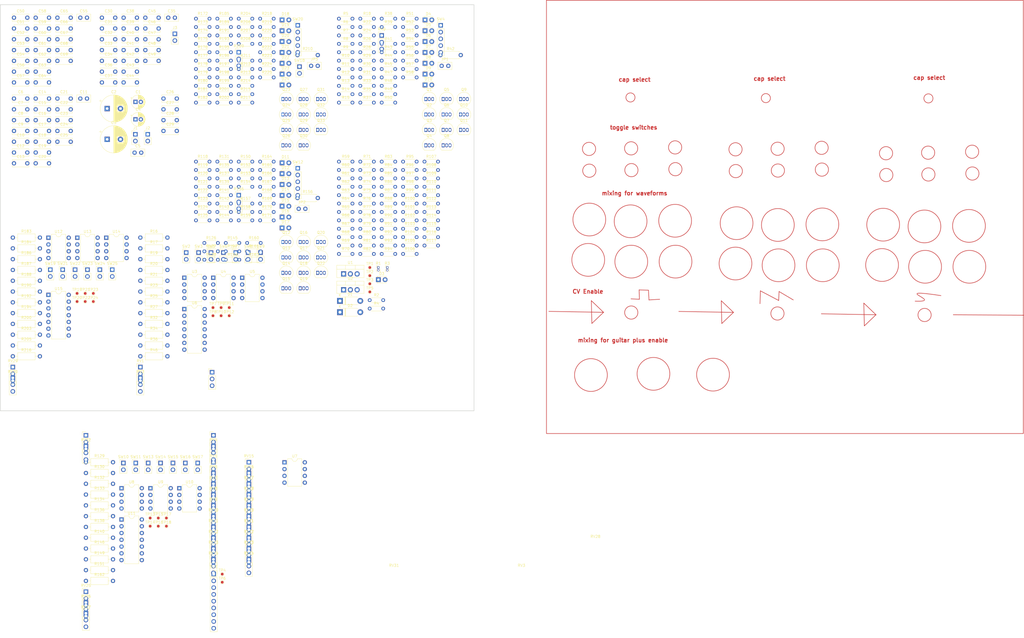
<source format=kicad_pcb>
(kicad_pcb (version 20241229) (generator "pcbnew") (generator_version "9.0")
  (layers (0 "F.Cu" signal) (2 "B.Cu" signal) (13 "F.Paste" user) (15 "B.Paste" user) (5 "F.SilkS" user "F.Silkscreen") (7 "B.SilkS" user "B.Silkscreen") (1 "F.Mask" user) (3 "B.Mask" user) (25 "Edge.Cuts" user))
  (net 0 "")
  (net 1 "Net-(U2-VO)")
  (net 2 "Net-(U1-VO)")
  (net 3 "GND")
  (net 4 "Net-(C5-Pad2)")
  (net 5 "Net-(U11B-+)")
  (net 6 "Net-(U11C-+)")
  (net 7 "Net-(U15B-+)")
  (net 8 "Net-(U15C-+)")
  (net 9 "Net-(U6B-+)")
  (net 10 "Net-(U6C-+)")
  (net 11 "Net-(U14A-+)")
  (net 12 "Net-(JP3-A)")
  (net 13 "Net-(Q25-C)")
  (net 14 "Net-(U11D--)")
  (net 15 "Net-(R157-Pad1)")
  (net 16 "Net-(U14B-+)")
  (net 17 "Net-(R192-Pad1)")
  (net 18 "Net-(Q25-B)")
  (net 19 "Net-(R184-Pad2)")
  (net 20 "CV_VOICE1")
  (net 21 "Net-(Q26-B)")
  (net 22 "Net-(R59-Pad2)")
  (net 23 "Net-(R147-Pad2)")
  (net 24 "Net-(SW21-A)")
  (net 25 "Net-(JP3-B)")
  (net 26 "Net-(R138-Pad1)")
  (net 27 "Net-(Q16-B)")
  (net 28 "Net-(SW16-A)")
  (net 29 "Net-(R123-Pad1)")
  (net 30 "Net-(U8B--)")
  (net 31 "Net-(R185-Pad1)")
  (net 32 "Net-(R146-Pad2)")
  (net 33 "Net-(U11B--)")
  (net 34 "Net-(R118-Pad1)")
  (net 35 "Net-(SW19-A)")
  (net 36 "Net-(R177-Pad1)")
  (net 37 "Net-(Q24-C)")
  (net 38 "SINE_OUT_1")
  (net 39 "Net-(R62-Pad2)")
  (net 40 "Net-(Q10-B)")
  (net 41 "COSINE_OUT_1")
  (net 42 "Net-(R43-Pad1)")
  (net 43 "Net-(U6D--)")
  (net 44 "Net-(Q5-E)")
  (net 45 "Net-(SW9-A)")
  (net 46 "Net-(Q27-B)")
  (net 47 "TRIANGLE_OUT_1")
  (net 48 "Net-(Q6-B)")
  (net 49 "Net-(Q7-B)")
  (net 50 "RAMPUP_OUT_1")
  (net 51 "Net-(Q8-B)")
  (net 52 "Net-(Q6-E)")
  (net 53 "Net-(Q7-E)")
  (net 54 "Net-(Q8-E)")
  (net 55 "Net-(Q9-B)")
  (net 56 "SQUARE_OUT_1")
  (net 57 "Net-(R109-Pad2)")
  (net 58 "SQUARE_OUT_3")
  (net 59 "Net-(Q11-B)")
  (net 60 "RAMPDOWN_OUT_1")
  (net 61 "Net-(Q9-E)")
  (net 62 "Net-(Q10-E)")
  (net 63 "Net-(Q11-E)")
  (net 64 "Net-(R201-Pad2)")
  (net 65 "Net-(SW24-A)")
  (net 66 "SINE_OUT_2")
  (net 67 "Net-(Q18-B)")
  (net 68 "Net-(U15B--)")
  (net 69 "Net-(R200-Pad2)")
  (net 70 "TRIANGLE_OUT_2")
  (net 71 "Net-(Q17-B)")
  (net 72 "Net-(Q26-E)")
  (net 73 "RAMPDOWN_OUT_2")
  (net 74 "Net-(R97-Pad2)")
  (net 75 "Net-(R85-Pad2)")
  (net 76 "Net-(U7A--)")
  (net 77 "Net-(R87-Pad1)")
  (net 78 "Net-(R88-Pad2)")
  (net 79 "Net-(R90-Pad1)")
  (net 80 "Net-(R91-Pad2)")
  (net 81 "SQUARE_OUT_2")
  (net 82 "Net-(R93-Pad1)")
  (net 83 "RAMPUP_OUT_2")
  (net 84 "Net-(R94-Pad2)")
  (net 85 "Net-(R96-Pad1)")
  (net 86 "COSINE_OUT_2")
  (net 87 "Net-(R99-Pad1)")
  (net 88 "SINE_OUT_3")
  (net 89 "Net-(R100-Pad2)")
  (net 90 "Net-(R102-Pad1)")
  (net 91 "Net-(R103-Pad2)")
  (net 92 "COSINE_OUT_3")
  (net 93 "Net-(R105-Pad1)")
  (net 94 "TRIANGLE_OUT_3")
  (net 95 "Net-(R106-Pad2)")
  (net 96 "Net-(R108-Pad1)")
  (net 97 "Net-(R73-Pad2)")
  (net 98 "Net-(R33-Pad2)")
  (net 99 "Net-(R64-Pad1)")
  (net 100 "Net-(R65-Pad2)")
  (net 101 "Net-(R67-Pad1)")
  (net 102 "Net-(R68-Pad2)")
  (net 103 "Net-(R69-Pad1)")
  (net 104 "Net-(R71-Pad1)")
  (net 105 "Net-(R72-Pad2)")
  (net 106 "Net-(R61-Pad1)")
  (net 107 "Net-(R75-Pad1)")
  (net 108 "Net-(U7B--)")
  (net 109 "Net-(R76-Pad2)")
  (net 110 "Net-(R77-Pad2)")
  (net 111 "Net-(R79-Pad1)")
  (net 112 "BYPASS")
  (net 113 "Net-(R81-Pad1)")
  (net 114 "Net-(R82-Pad2)")
  (net 115 "Net-(R84-Pad1)")
  (net 116 "Net-(Q32-B)")
  (net 117 "Net-(Q12-C)")
  (net 118 "Net-(Q19-E)")
  (net 119 "Net-(U10A-+)")
  (net 120 "Net-(R130-Pad2)")
  (net 121 "Net-(Q18-E)")
  (net 122 "Net-(Q17-E)")
  (net 123 "Net-(Q12-E)")
  (net 124 "Net-(Q13-E)")
  (net 125 "Net-(SW17-A)")
  (net 126 "Net-(Q33-E)")
  (net 127 "Net-(Q32-E)")
  (net 128 "Net-(Q31-E)")
  (net 129 "Net-(Q33-B)")
  (net 130 "RAMPDOWN_OUT_3")
  (net 131 "Net-(Q20-B)")
  (net 132 "Net-(Q31-B)")
  (net 133 "Net-(Q30-E)")
  (net 134 "+12V")
  (net 135 "Net-(U10B-+)")
  (net 136 "Net-(Q13-C)")
  (net 137 "Net-(Q14-C)")
  (net 138 "Net-(JP2-A)")
  (net 139 "Net-(Q14-B)")
  (net 140 "CV_VOICE3")
  (net 141 "Net-(Q15-B)")
  (net 142 "Net-(C5-Pad1)")
  (net 143 "Net-(J2-PadT)")
  (net 144 "Net-(R131-Pad1)")
  (net 145 "Net-(R172-Pad1)")
  (net 146 "Net-(Q23-C)")
  (net 147 "Net-(SW18-A)")
  (net 148 "Net-(U12B--)")
  (net 149 "Net-(JP2-B)")
  (net 150 "Net-(SW13-A)")
  (net 151 "Net-(SW11-A)")
  (net 152 "Net-(D3-A)")
  (net 153 "Net-(D1-A)")
  (net 154 "Net-(Q24-E)")
  (net 155 "Net-(Q23-E)")
  (net 156 "Net-(Q13-B)")
  (net 157 "Net-(Q12-B)")
  (net 158 "Net-(Q23-B)")
  (net 159 "Net-(Q24-B)")
  (net 160 "Net-(Q22-E)")
  (net 161 "Net-(Q21-E)")
  (net 162 "Net-(Q20-E)")
  (net 163 "Net-(Q22-B)")
  (net 164 "Net-(Q21-B)")
  (net 165 "Net-(Q3-C)")
  (net 166 "Net-(JP1-A)")
  (net 167 "Net-(Q28-E)")
  (net 168 "Net-(R18-Pad1)")
  (net 169 "Net-(Q19-B)")
  (net 170 "Net-(R211-Pad1)")
  (net 171 "Net-(SW25-A)")
  (net 172 "Net-(Q30-B)")
  (net 173 "RAMPUP_OUT_3")
  (net 174 "Net-(JP1-B)")
  (net 175 "Net-(SW5-A)")
  (net 176 "Net-(Q29-B)")
  (net 177 "Net-(U5A-+)")
  (net 178 "Net-(R17-Pad2)")
  (net 179 "Net-(Q28-B)")
  (net 180 "Net-(U5B-+)")
  (net 181 "Net-(U15D--)")
  (net 182 "Net-(R25-Pad1)")
  (net 183 "Net-(Q3-B)")
  (net 184 "Net-(U6B--)")
  (net 185 "Net-(R32-Pad2)")
  (net 186 "Net-(SW7-A)")
  (net 187 "Net-(Q4-B)")
  (net 188 "Net-(Q5-B)")
  (net 189 "CV_VOICE2")
  (net 190 "Net-(SW3-A)")
  (net 191 "Net-(R10-Pad1)")
  (net 192 "Net-(SW10-A)")
  (net 193 "Net-(Q15-E)")
  (net 194 "Net-(R117-Pad1)")
  (net 195 "Net-(R115-Pad2)")
  (net 196 "Net-(R114-Pad1)")
  (net 197 "Net-(R112-Pad2)")
  (net 198 "Net-(R111-Pad1)")
  (net 199 "Net-(Q1-C)")
  (net 200 "Net-(R5-Pad1)")
  (net 201 "Net-(Q2-C)")
  (net 202 "Net-(SW2-A)")
  (net 203 "Net-(U3B--)")
  (net 204 "Net-(Q2-E)")
  (net 205 "Net-(Q1-E)")
  (net 206 "Net-(Q1-B)")
  (net 207 "Net-(Q2-B)")
  (net 208 "Net-(Q29-E)")
  (net 209 "Net-(D23-K)")
  (net 210 "Net-(D17-K)")
  (net 211 "Net-(D16-K)")
  (net 212 "Net-(D15-K)")
  (net 213 "Net-(D14-K)")
  (net 214 "Net-(D13-K)")
  (net 215 "Net-(D12-K)")
  (net 216 "Net-(Q16-C)")
  (net 217 "Net-(D11-K)")
  (net 218 "Net-(D22-K)")
  (net 219 "Net-(D18-K)")
  (net 220 "Net-(Q27-C)")
  (net 221 "Net-(D19-K)")
  (net 222 "Net-(D20-K)")
  (net 223 "Net-(D21-K)")
  (net 224 "Net-(D24-K)")
  (net 225 "Net-(Q4-C)")
  (net 226 "Net-(D4-K)")
  (net 227 "Net-(D5-K)")
  (net 228 "Net-(D6-K)")
  (net 229 "Net-(D7-K)")
  (net 230 "Net-(D8-K)")
  (net 231 "Net-(D9-K)")
  (net 232 "Net-(D10-K)")
  (net 233 "Net-(D1-K)")
  (net 234 "Net-(D2-A)")
  (net 235 "-12V")
  (net 236 "Net-(C32-Pad2)")
  (net 237 "Net-(C34-Pad2)")
  (net 238 "Net-(C31-Pad1)")
  (net 239 "Net-(C35-Pad2)")
  (net 240 "Net-(C7-Pad1)")
  (net 241 "Net-(C8-Pad2)")
  (net 242 "Net-(C10-Pad2)")
  (net 243 "Net-(C11-Pad2)")
  (net 244 "Net-(C54-Pad2)")
  (net 245 "Net-(C52-Pad2)")
  (net 246 "Net-(C51-Pad1)")
  (net 247 "Net-(C55-Pad2)")
  (net 248 "Net-(SW22-A)")
  (net 249 "EFFECT_ON")
  (net 250 "Net-(SW6-A)")
  (net 251 "Net-(SW14-A)")
  (net 252 "Net-(U4A--)")
  (net 253 "Net-(R23-Pad1)")
  (net 254 "Net-(U4B--)")
  (net 255 "Net-(U11A--)")
  (net 256 "Net-(R16-Pad2)")
  (net 257 "Net-(R19-Pad1)")
  (net 258 "Net-(U9A--)")
  (net 259 "Net-(R136-Pad1)")
  (net 260 "Net-(U9B--)")
  (net 261 "Net-(R129-Pad2)")
  (net 262 "Net-(U15A--)")
  (net 263 "Net-(R132-Pad1)")
  (net 264 "Net-(U15C--)")
  (net 265 "Net-(U6C--)")
  (net 266 "Net-(U11C--)")
  (net 267 "Net-(U6A--)")
  (net 268 "Net-(R186-Pad1)")
  (net 269 "Net-(R190-Pad1)")
  (net 270 "Net-(U13A--)")
  (net 271 "Net-(R183-Pad2)")
  (net 272 "Net-(U13B--)")
  (footprint "Resistor_THT:R_Axial_DIN0204_L3.6mm_D1.6mm_P5.08mm_Horizontal" (layer "F.Cu") (at 127.0996 36.7308)
    (property "Reference" "R15")
    (property "Value" "1k")
  )
  (footprint "Resistor_THT:R_Axial_DIN0204_L3.6mm_D1.6mm_P5.08mm_Horizontal" (layer "F.Cu") (at 76.6012 92.5592)
    (property "Reference" "R127")
    (property "Value" "33k")
  )
  (footprint "Connector_PinHeader_2.54mm:PinHeader_1x03_P2.54mm_Vertical" (layer "F.Cu") (at 4.718 135.9952)
    (property "Reference" "RV29")
    (property "Value" "100k")
  )
  (footprint "Resistor_THT:R_Axial_DIN0204_L3.6mm_D1.6mm_P5.08mm_Horizontal" (layer "F.Cu") (at 92.6612 92.5592)
    (property "Reference" "R161")
    (property "Value" "1k")
  )
  (footprint "Resistor_THT:R_Axial_DIN0204_L3.6mm_D1.6mm_P5.08mm_Horizontal" (layer "F.Cu") (at 97.5396 71.4808)
    (property "Reference" "R168")
    (property "Value" "10k")
  )
  (footprint "Package_TO_SOT_THT:TO-92_Inline" (layer "F.Cu") (at 112.5896 94.8408)
    (property "Reference" "Q17")
    (property "Value" "BC550")
  )
  (footprint "Resistor_THT:R_Axial_DIN0204_L3.6mm_D1.6mm_P5.08mm_Horizontal" (layer "F.Cu") (at 135.1296 30.4308)
    (property "Reference" "R33")
    (property "Value" "10k")
  )
  (footprint "Resistor_THT:R_Axial_DIN0204_L3.6mm_D1.6mm_P5.08mm_Horizontal" (layer "F.Cu") (at 73.4496 27.2808)
    (property "Reference" "R179")
    (property "Value" "470")
  )
  (footprint "Connector_PinHeader_2.54mm:PinHeader_1x03_P2.54mm_Vertical" (layer "F.Cu") (at 89.5096 71.4808)
    (property "Reference" "R155")
    (property "Value" "20k")
  )
  (footprint "Resistor_THT:R_Axial_DIN0207_L6.3mm_D2.5mm_P10.16mm_Horizontal" (layer "F.Cu") (at 32.1496 179.8014)
    (property "Reference" "R132")
    (property "Value" "100k")
  )
  (footprint "Capacitor_THT:C_Disc_D6.0mm_W2.5mm_P5.00mm" (layer "F.Cu") (at 21.448 4.8688)
    (property "Reference" "C65")
    (property "Value" "10uF")
  )
  (footprint "Package_TO_SOT_THT:TO-92_Inline" (layer "F.Cu") (at 112.5896 106.4208)
    (property "Reference" "Q19")
    (property "Value" "BC550")
  )
  (footprint "Resistor_THT:R_Axial_DIN0204_L3.6mm_D1.6mm_P5.08mm_Horizontal" (layer "F.Cu") (at 151.1896 80.9308)
    (property "Reference" "R102")
    (property "Value" "47k")
  )
  (footprint "Resistor_THT:R_Axial_DIN0204_L3.6mm_D1.6mm_P5.08mm_Horizontal" (layer "F.Cu") (at 135.1296 8.3808)
    (property "Reference" "R22")
    (property "Value" "1k")
  )
  (footprint "Resistor_THT:R_Axial_DIN0204_L3.6mm_D1.6mm_P5.08mm_Horizontal" (layer "F.Cu") (at 81.4796 58.8808)
    (property "Reference" "R131")
    (property "Value" "68k")
  )
  (footprint "Connector_PinHeader_2.54mm:PinHeader_1x02_P2.54mm_Vertical" (layer "F.Cu") (at 55.5096 172.0014)
    (property "Reference" "SW13")
    (property "Value" "SW_SPST")
  )
  (footprint "Capacitor_THT:C_Disc_D5.0mm_W2.5mm_P2.50mm" (layer "F.Cu") (at 165.6596 22.9408)
    (property "Reference" "JP1")
    (property "Value" "OPT. CAP")
  )
  (footprint "Resistor_THT:R_Axial_DIN0204_L3.6mm_D1.6mm_P5.08mm_Horizontal" (layer "F.Cu") (at 73.4496 30.4308)
    (property "Reference" "R180")
    (property "Value" "470")
  )
  (footprint "Connector_PinHeader_2.54mm:PinHeader_1x02_P2.54mm_Vertical" (layer "F.Cu") (at 60.1596 172.0014)
    (property "Reference" "SW14")
    (property "Value" "SW_SPST")
  )
  (footprint "Capacitor_THT:C_Disc_D5.0mm_W2.5mm_P2.50mm" (layer "F.Cu") (at 50.408 55.5188)
    (property "Reference" "C5")
    (property "Value" "470nF")
  )
  (footprint "Resistor_THT:R_Axial_DIN0204_L3.6mm_D1.6mm_P5.08mm_Horizontal" (layer "F.Cu") (at 159.2196 77.7808)
    (property "Reference" "R113")
    (property "Value" "10k")
  )
  (footprint "Resistor_THT:R_Axial_DIN0204_L3.6mm_D1.6mm_P5.08mm_Horizontal" (layer "F.Cu") (at 81.4796 71.4808)
    (property "Reference" "R141")
    (property "Value" "47k")
  )
  (footprint "Package_TO_SOT_THT:TO-92_Inline" (layer "F.Cu") (at 106.0796 41.1908)
    (property "Reference" "Q24")
    (property "Value" "BC550")
  )
  (footprint "LED_THT:LED_D1.8mm_W3.3mm_H2.4mm" (layer "F.Cu") (at 159.4196 13.8308)
    (property "Reference" "D6")
    (property "Value" "LED")
  )
  (footprint "Resistor_THT:R_Axial_DIN0204_L3.6mm_D1.6mm_P5.08mm_Horizontal" (layer "F.Cu") (at 127.0996 33.5808)
    (property "Reference" "R14")
    (property "Value" "33k")
  )
  (footprint "Capacitor_THT:C_Disc_D6.0mm_W2.5mm_P5.00mm" (layer "F.Cu") (at 38.148 12.9688)
    (property "Reference" "C32")
    (property "Value" "1nF")
  )
  (footprint "Resistor_THT:R_Axial_DIN0204_L3.6mm_D1.6mm_P5.08mm_Horizontal" (layer "F.Cu") (at 127.0996 20.9808)
    (property "Reference" "R10")
    (property "Value" "10k")
  )
  (footprint "TestPoint:TestPoint_Pad_D1.0mm" (layer "F.Cu") (at 138.6996 107.7808)
    (property "Reference" "TP5")
    (property "Value" "SIG_IN")
  )
  (footprint "TestPoint:TestPoint_Pad_D1.0mm" (layer "F.Cu") (at 82.8896 113.6736)
    (property "Reference" "TP9")
    (property "Value" "~")
  )
  (footprint "Resistor_THT:R_Axial_DIN0204_L3.6mm_D1.6mm_P5.08mm_Horizontal" (layer "F.Cu") (at 151.1896 74.6308)
    (property "Reference" "R100")
    (property "Value" "68k")
  )
  (footprint "Package_TO_SOT_THT:TO-92_Inline" (layer "F.Cu") (at 159.7296 41.1908)
    (property "Reference" "Q2")
    (property "Value" "BC550")
  )
  (footprint "Resistor_THT:R_Axial_DIN0204_L3.6mm_D1.6mm_P5.08mm_Horizontal" (layer "F.Cu") (at 127.0996 80.9308)
    (property "Reference" "R66")
    (property "Value" "10k")
  )
  (footprint "Resistor_THT:R_Axial_DIN0204_L3.6mm_D1.6mm_P5.08mm_Horizontal" (layer "F.Cu") (at 127.0996 8.3808)
    (property "Reference" "R6")
    (property "Value" "10k")
  )
  (footprint "Connector_PinHeader_2.54mm:PinHeader_1x02_P2.54mm_Vertical" (layer "F.Cu") (at 74.1096 172.0014)
    (property "Reference" "SW17")
    (property "Value" "SW_SPST")
  )
  (footprint "Resistor_THT:R_Axial_DIN0204_L3.6mm_D1.6mm_P5.08mm_Horizontal" (layer "F.Cu") (at 143.1596 36.7308)
    (property "Reference" "R50")
    (property "Value" "1k")
  )
  (footprint "LED_THT:LED_D1.8mm_W3.3mm_H2.4mm" (layer "F.Cu") (at 105.7696 13.8308)
    (property "Reference" "D20")
    (property "Value" "LED")
  )
  (footprint "Resistor_THT:R_Axial_DIN0207_L6.3mm_D2.5mm_P10.16mm_Horizontal" (layer "F.Cu") (at 4.718 111.6952)
    (property "Reference" "R192")
    (property "Value" "100k")
  )
  (footprint "Capacitor_THT:C_Disc_D6.0mm_W2.5mm_P5.00mm" (layer "F.Cu") (at 13.298 55.4688)
    (property "Reference" "C19")
    (property "Value" "100nF")
  )
  (footprint "Capacitor_THT:C_Disc_D6.0mm_W2.5mm_P5.00mm" (layer "F.Cu") (at 54.448 21.0688)
    (property "Reference" "C49")
    (property "Value" "100nF")
  )
  (footprint "Connector_PinHeader_2.54mm:PinHeader_1x02_P2.54mm_Vertical" (layer "F.Cu") (at 64.8096 172.0014)
    (property "Reference" "SW15")
    (property "Value" "SW_SPST")
  )
  (footprint "Resistor_THT:R_Axial_DIN0204_L3.6mm_D1.6mm_P5.08mm_Horizontal" (layer "F.Cu") (at 135.1296 93.5308)
    (property "Reference" "R82")
    (property "Value" "68k")
  )
  (footprint "Diode_THT:D_DO-41_SOD81_P7.62mm_Horizontal" (layer "F.Cu") (at 127.4996 115.4008)
    (property "Reference" "D2")
    (property "Value" "1N4001")
  )
  (footprint "Connector_PinHeader_2.54mm:PinHeader_1x03_P2.54mm_Vertical" (layer "F.Cu") (at 80.0096 204.1014)
    (property "Reference" "RV13")
    (property "Value" "100k")
  )
  (footprint "Capacitor_THT:C_Disc_D6.0mm_W2.5mm_P5.00mm" (layer "F.Cu") (at 5.148 17.0188)
    (property "Reference" "C53")
    (property "Value" "100nF")
  )
  (footprint "Connector_PinHeader_2.54mm:PinHeader_1x03_P2.54mm_Vertical" (layer "F.Cu") (at 32.1496 161.6014)
    (property "Reference" "RV31")
    (property "Value" "100k")
  )
  (footprint "Package_DIP:DIP-8_W7.62mm" (layer "F.Cu") (at 18.078 87.4452)
    (property "Reference" "U12")
    (property "Value" "TL072")
  )
  (footprint "Resistor_THT:R_Axial_DIN0204_L3.6mm_D1.6mm_P5.08mm_Horizontal" (layer "F.Cu") (at 135.1296 65.1808)
    (property "Reference" "R73")
    (property "Value" "68k")
  )
  (footprint "Capacitor_THT:C_Disc_D6.0mm_W2.5mm_P5.00mm" (layer "F.Cu") (at 13.298 35.2188)
    (property "Reference" "C14")
    (property "Value" "100nF")
  )
  (footprint "Resistor_THT:R_Axial_DIN0204_L3.6mm_D1.6mm_P5.08mm_Horizontal" (layer "F.Cu") (at 143.1596 14.6808)
    (property "Reference" "R41")
    (property "Value" "10k")
  )
  (footprint "Package_TO_SOT_THT:TO-92_Inline" (layer "F.Cu") (at 119.0996 46.9808)
    (property "Reference" "Q33")
    (property "Value" "BC550")
  )
  (footprint "Resistor_THT:R_Axial_DIN0204_L3.6mm_D1.6mm_P5.08mm_Horizontal" (layer "F.Cu") (at 135.1296 20.9808)
    (property "Reference" "R29")
    (property "Value" "47k")
  )
  (footprint "Connector_PinHeader_2.54mm:PinHeader_1x03_P2.54mm_Vertical" (layer "F.Cu") (at 79.502 137.922)
    (property "Reference" "RV28")
    (property "Value" "100k")
  )
  (footprint "Resistor_THT:R_Axial_DIN0207_L6.3mm_D2.5mm_P10.16mm_Horizontal" (layer "F.Cu") (at 32.1496 187.9014)
    (property "Reference" "R134")
    (property "Value" "100k")
  )
  (footprint "Capacitor_THT:C_Disc_D5.0mm_W2.5mm_P2.50mm" (layer "F.Cu") (at 30.048 35.2188)
    (property "Reference" "C11")
    (property "Value" "1uF")
  )
  (footprint "TestPoint:TestPoint_Pad_D1.0mm" (layer "F.Cu") (at 83.3096 213.7014)
    (property "Reference" "TP4")
    (property "Value" "~")
  )
  (footprint "Capacitor_THT:CP_Radial_D5.0mm_P2.00mm" (layer "F.Cu") (at 50.747775 36.4688)
    (property "Reference" "C1")
    (property "Value" "1uF")
  )
  (footprint "Resistor_THT:R_Axial_DIN0204_L3.6mm_D1.6mm_P5.08mm_Horizontal" (layer "F.Cu") (at 81.4796 8.3808)
    (property "Reference" "R189")
    (property "Value" "1k")
  )
  (footprint "Connector_PinHeader_2.54mm:PinHeader_1x02_P2.54mm_Vertical" (layer "F.Cu") (at 88.3896 93.0236)
    (property "Reference" "SW7")
    (property "Value" "SW_SPST")
  )
  (footprint "LED_THT:LED_D1.8mm_W3.3mm_H2.4mm" (layer "F.Cu") (at 159.4196 26.0408)
    (property "Reference" "D9")
    (property "Value" "LED")
  )
  (footprint "Resistor_THT:R_Axial_DIN0204_L3.6mm_D1.6mm_P5.08mm_Horizontal" (layer "F.Cu") (at 81.4796 80.9308)
    (property "Reference" "R144")
    (property "Value" "10k")
  )
  (footprint "Resistor_THT:R_Axial_DIN0204_L3.6mm_D1.6mm_P5.08mm_Horizontal" (layer "F.Cu") (at 159.2196 80.9308)
    (property "Reference" "R114")
    (property "Value" "47k")
  )
  (footprint "TestPoint:TestPoint_Pad_D1.0mm" (layer "F.Cu") (at 62.3596 195.7014)
    (property "Reference" "TP18")
    (property "Value" "~")
  )
  (footprint "Capacitor_THT:C_Disc_D6.0mm_W2.5mm_P5.00mm" (layer "F.Cu") (at 38.148 17.0188)
    (property "Reference" "C33")
    (property "Value" "100nF")
  )
  (footprint "Resistor_THT:R_Axial_DIN0204_L3.6mm_D1.6mm_P5.08mm_Horizontal" (layer "F.Cu") (at 89.5096 11.5308)
    (property "Reference" "R207")
    (property "Value" "10k")
  )
  (footprint "LED_THT:LED_D1.8mm_W3.3mm_H2.4mm" (layer "F.Cu") (at 141.8996 103.1908)
    (property "Reference" "D3")
    (property "Value" "LED")
  )
  (footprint "Package_TO_SOT_THT:TO-92_Inline" (layer "F.Cu") (at 119.0996 89.0508)
    (property "Reference" "Q20")
    (property "Value" "BC550")
  )
  (footprint "Resistor_THT:R_Axial_DIN0204_L3.6mm_D1.6mm_P5.08mm_Horizontal" (layer "F.Cu") (at 81.4796 11.5308)
    (property "Reference" "R191")
    (property "Value" "47k")
  )
  (footprint "Package_TO_SOT_THT:TO-92_Inline" (layer "F.Cu") (at 112.5896 46.9808)
    (property "Reference" "Q29")
    (property "Value" "BC550")
  )
  (footprint "Capacitor_THT:C_Disc_D6.0mm_W2.5mm_P5.00mm" (layer "F.Cu") (at 61.258 39.2688)
    (property "Reference" "C27")
    (property "Value" "10uF")
  )
  (footprint "Resistor_THT:R_Axial_DIN0207_L6.3mm_D2.5mm_P10.16mm_Horizontal" (layer "F.Cu") (at 4.718 123.8452)
    (property "Reference" "R203")
    (property "Value" "100k")
  )
  (footprint "Resistor_THT:R_Axial_DIN0207_L6.3mm_D2.5mm_P10.16mm_Horizontal" (layer "F.Cu") (at 4.718 131.9452)
    (property "Reference" "R216")
    (property "Value" "100k")
  )
  (footprint "Package_TO_SOT_THT:TO-92_Inline" (layer "F.Cu") (at 119.0996 100.6308)
    (property "Reference" "Q22")
    (property "Value" "BC550")
  )
  (footprint "LED_THT:LED_D1.8mm_W3.3mm_H2.4mm" (layer "F.Cu") (at 105.7696 17.9008)
    (property "Reference" "D21")
    (property "Value" "LED")
  )
  (footprint "LED_THT:LED_D1.8mm_W3.3mm_H2.4mm" (layer "F.Cu") (at 105.7696 30.1108)
    (property "Reference" "D24")
    (property "Value" "LED")
  )
  (footprint "Package_TO_SOT_THT:TO-92_Inline" (layer "F.Cu") (at 159.7296 52.7708)
    (property "Reference" "Q4")
    (property "Value" "BC550")
  )
  (footprint "Resistor_THT:R_Axial_DIN0204_L3.6mm_D1.6mm_P5.08mm_Horizontal" (layer "F.Cu") (at 143.1596 71.4808)
    (property "Reference" "R87")
    (property "Value" "47k")
  )
  (footprint "Resistor_THT:R_Axial_DIN0204_L3.6mm_D1.6mm_P5.08mm_Horizontal" (layer "F.Cu") (at 135.1296 84.0808)
    (property "Reference" "R79")
    (property "Value" "47k")
  )
  (footprint "Resistor_THT:R_Axial_DIN0204_L3.6mm_D1.6mm_P5.08mm_Horizontal" (layer "F.Cu") (at 76.6012 89.4092)
    (property "Reference" "R126")
    (property "Value" "470")
  )
  (footprint "Connector_PinSocket_2.54mm:PinSocket_1x09_P2.54mm_Vertical" (layer "F.Cu") (at 80.1096 213.7014)
    (property "Reference" "SW1")
    (property "Value" "~")
  )
  (footprint "Capacitor_THT:C_Disc_D6.0mm_W2.5mm_P5.00mm" (layer "F.Cu") (at 5.148 12.9688)
    (property "Reference" "C52")
    (property "Value" "1nF")
  )
  (footprint "Connector_PinHeader_2.54mm:PinHeader_1x02_P2.54mm_Vertical" (layer "F.Cu") (at 97.6896 93.0236)
    (property "Reference" "SW9")
    (property "Value" "SW_SPST")
  )
  (footprint "Resistor_THT:R_Axial_DIN0204_L3.6mm_D1.6mm_P5.08mm_Horizontal" (layer "F.Cu") (at 89.5096 58.8808)
    (property "Reference" "R150")
    (property "Value" "20k")
  )
  (footprint "Resistor_THT:R_Axial_DIN0204_L3.6mm_D1.6mm_P5.08mm_Horizontal" (layer "F.Cu") (at 127.0996 65.1808)
    (property "Reference" "R61")
    (property "Value" "47k")
  )
  (footprint "Resistor_THT:R_Axial_DIN0204_L3.6mm_D1.6mm_P5.08mm_Horizontal" (layer "F.Cu") (at 73.4496 74.6308)
    (property "Reference" "R123")
    (property "Value" "10k")
  )
  (footprint "Resistor_THT:R_Axial_DIN0204_L3.6mm_D1.6mm_P5.08mm_Horizontal" (layer "F.Cu") (at 151.1896 5.2308)
    (property "Reference" "R51")
    (property "Value" "1k")
  )
  (footprint "Resistor_THT:R_Axial_DIN0204_L3.6mm_D1.6mm_P5.08mm_Horizontal" (layer "F.Cu") (at 81.4796 36.7308)
    (property "Reference" "R202")
    (property "Value" "1k")
  )
  (footprint "Package_TO_SOT_THT:TO-92_Inline" (layer "F.Cu") (at 106.0796 52.7708)
    (property "Reference" "Q26")
    (property "Value" "BC550")
  )
  (footprint "Connector_PinHeader_2.54mm:PinHeader_1x02_P2.54mm_Vertical" (layer "F.Cu") (at 69.7896 93.0236)
    (property "Reference" "SW2")
    (property "Value" "SW_SPST")
  )
  (footprint "Capacitor_THT:C_Disc_D6.0mm_W2.5mm_P5.00mm" (layer "F.Cu") (at 13.298 21.0688)
    (property "Reference" "C62")
    (property "Value" "100nF")
  )
  (footprint "Capacitor_THT:C_Disc_D6.0mm_W2.5mm_P5.00mm" (layer "F.Cu") (at 54.448 8.9188)
    (property "Reference" "C46")
    (property "Value" "100nF")
  )
  (footprint "Resistor_THT:R_Axial_DIN0204_L3.6mm_D1.6mm_P5.08mm_Horizontal" (layer "F.Cu") (at 143.1596 8.3808)
    (property "Reference" "R39")
    (property "Value" "10k")
  )
  (footprint "Capacitor_THT:CP_Radial_D5.0mm_P2.00mm" (layer "F.Cu") (at 50.747775 43.0188)
    (property "Reference" "C4")
    (property "Value" "1uF")
  )
  (footprint "Capacitor_THT:C_Disc_D6.0mm_W2.5mm_P5.00mm" (layer "F.Cu") (at 21.448 17.0188)
    (property "Reference" "C68")
    (property "Value" "100nF")
  )
  (footprint "Capacitor_THT:C_Disc_D6.0mm_W2.5mm_P5.00mm" (layer "F.Cu") (at 54.448 17.0188)
    (property "Reference" "C48")
    (property "Value" "100nF")
  )
  (footprint "Resistor_THT:R_Axial_DIN0207_L6.3mm_D2.5mm_P10.16mm_Horizontal" (layer "F.Cu") (at 4.718 107.6452)
    (property "Reference" "R190")
    (property "Value" "100k")
  )
  (footprint "Resistor_THT:R_Axial_DIN0207_L6.3mm_D2.5mm_P7.62mm_Horizontal" (layer "F.Cu") (at 111.5596 18.8908)
    (property "Reference" "R210")
    (property "Value" "50k")
  )
  (footprint "Resistor_THT:R_Axial_DIN0204_L3.6mm_D1.6mm_P5.08mm_Horizontal" (layer "F.Cu") (at 138.6496 110.8808)
    (property "Reference" "R2")
    (property "Value" "4.7k")
  )
  (footprint "Connector_PinHeader_2.54mm:PinHeader_1x03_P2.54mm_Vertical" (layer "F.Cu") (at 80.0096 183.8514)
    (property "Reference" "RV8")
    (property "Value" "100k")
  )
  (footprint "Resistor_THT:R_Axial_DIN0204_L3.6mm_D1.6mm_P5.08mm_Horizontal" (layer "F.Cu") (at 135.1296 11.5308)
    (property "Reference" "R24")
    (property "Value" "47k")
  )
  (footprint "LED_THT:LED_D1.8mm_W3.3mm_H2.4mm" (layer "F.Cu") (at 105.7696 21.9708)
    (property "Reference" "D22")
    (property "Value" "LED")
  )
  (footprint "Capacitor_THT:C_Disc_D6.0mm_W2.5mm_P5.00mm" (layer "F.Cu") (at 13.298 17.0188)
    (property "Reference" "C61")
    (property "Value" "100nF")
  )
  (footprint "Resistor_THT:R_Axial_DIN0204_L3.6mm_D1.6mm_P5.08mm_Horizontal" (layer "F.Cu") (at 127.0996 87.2308)
    (property "Reference" "R68")
    (property "Value" "68k")
  )
  (footprint "Connector_PinHeader_2.54mm:PinHeader_1x03_P2.54mm_Vertical" (layer "F.Cu") (at 93.3196 179.8014)
    (property "Reference" "RV17")
    (property "Value" "100k")
  )
  (footprint "Capacitor_THT:C_Disc_D6.0mm_W2.5mm_P5.00mm" (layer "F.Cu") (at 46.298 25.1188)
    (property "Reference" "C43")
    (property "Value" "100nF")
  )
  (footprint "Resistor_THT:R_Axial_DIN0204_L3.6mm_D1.6mm_P5.08mm_Horizontal" (layer "F.Cu") (at 89.5096 80.9308)
    (property "Reference" "R159")
    (property "Value" "10k")
  )
  (footprint "Resistor_THT:R_Axial_DIN0204_L3.6mm_D1.6mm_P5.08mm_Horizontal" (layer "F.Cu") (at 81.4796 74.6308)
    (property "Reference" "R142")
    (property "Value" "47k")
  )
  (footprint "Resistor_THT:R_Axial_DIN0204_L3.6mm_D1.6mm_P5.08mm_Horizontal" (layer "F.Cu") (at 73.4496 77.7808)
    (property "Reference" "R124")
    (property "Value" "470")
  )
  (footprint "Connector_PinHeader_2.54mm:PinHeader_1x02_P2.54mm_Vertical" (layer "F.Cu") (at 37.378 99.4452)
    (property "Reference" "SW24")
    (property "Value" "SW_SPST")
  )
  (footprint "LED_THT:LED_D1.8mm_W3.3mm_H2.4mm" (layer "F.Cu") (at 159.4196 9.7608)
    (property "Reference" "D5")
    (property "Value" "LED")
  )
  (footprint "Resistor_THT:R_Axial_DIN0204_L3.6mm_D1.6mm_P5.08mm_Horizontal" (layer "F.Cu") (at 89.5096 68.3308)
    (property "Reference" "R154")
    (property "Value" "10k")
  )
  (footprint "Resistor_THT:R_Axial_DIN0204_L3.6mm_D1.6mm_P5.08mm_Horizontal" (layer "F.Cu") (at 143.1596 80.9308)
    (property "Reference" "R90")
    (property "Value" "47k")
  )
  (footprint "Connector_PinHeader_2.54mm:PinHeader_1x03_P2.54mm_Vertical" (layer "F.Cu") (at 80.0096 179.8014)
    (property "Reference" "RV7")
    (property "Value" "100k")
  )
  (footprint "Resistor_THT:R_Axial_DIN0204_L3.6mm_D1.6mm_P5.08mm_Horizontal" (layer "F.Cu") (at 151.1896 65.1808)
    (property "Reference" "R97")
    (property "Value" "68k")
  )
  (footprint "Capacitor_THT:C_Disc_D6.0mm_W2.5mm_P5.00mm" (layer "F.Cu") (at 5.148 4.8688)
    (property "Reference" "C50")
    (property "Value" "100nF")
  )
  (footprint "Resistor_THT:R_Axial_DIN0204_L3.6mm_D1.6mm_P5.08mm_Horizontal" (layer "F.Cu") (at 151.1896 20.9808)
    (property "Reference" "R56")
    (property "Value" "1k")
  )
  (footprint "Package_TO_SOT_THT:TO-92_Inline" (layer "F.Cu") (at 119.0996 35.4008)
    (property "Reference" "Q31")
    (property "Value" "BC550")
  )
  (footprint "Resistor_THT:R_Axial_DIN0204_L3.6mm_D1.6mm_P5.08mm_Horizontal" (layer "F.Cu") (at 127.0996 5.2308)
    (property "Reference" "R5")
    (property "Value" "33k")
  )
  (footprint "Resistor_THT:R_Axial_DIN0204_L3.6mm_D1.6mm_P5.08mm_Horizontal" (layer "F.Cu") (at 73.4496 33.5808)
    (property "Reference" "R181")
    (property "Value" "33k")
  )
  (footprint "TestPoint:TestPoint_Pad_D1.0mm" (layer "F.Cu") (at 59.3096 192.6514)
    (property "Reference" "TP15")
    (property "Value" "~")
  )
  (footprint "Capacitor_THT:C_Disc_D6.0mm_W2.5mm_P5.00mm" (layer "F.Cu") (at 5.148 55.4688)
    (property "Reference" "C12")
    (property "Value" "100nF")
  )
  (footprint "Resistor_THT:R_Axial_DIN0204_L3.6mm_D1.6mm_P5.08mm_Horizontal" (layer "F.Cu") (at 151.1896 17.8308)
    (property "Reference" "R55")
    (property "Value" "10k")
  )
  (footprint "Capacitor_THT:C_Disc_D6.0mm_W2.5mm_P5.00mm" (layer "F.Cu") (at 13.298 51.4188)
    (property "Reference" "C18")
    (property "Value" "100nF")
  )
  (footprint "Connector_PinHeader_2.54mm:PinHeader_1x03_P2.54mm_Vertical" (layer "F.Cu") (at 93.3196 204.1014)
    (property "Reference" "RV23")
    (property "Value" "100k")
  )
  (footprint "Connector_PinHeader_2.54mm:PinHeader_1x05_P2.54mm_Vertical" (layer "F.Cu") (at 165.3096 7.7208)
    (property "Reference" "SW4")
    (property "Value" "SW_SP4T")
  )
  (footprint "Connector_PinHeader_2.54mm:PinHeader_1x03_P2.54mm_Vertical" (layer "F.Cu") (at 4.718 140.0452)
    (property "Reference" "RV30")
    (property "Value" "100k")
  )
  (footprint "Connector_PinHeader_2.54mm:PinHeader_1x03_P2.54mm_Vertical" (layer "F.Cu") (at 89.5096 17.8308)
    (property "Reference" "R209")
    (property "Value" "20k")
  )
  (footprint "LED_THT:LED_D1.8mm_W3.3mm_H2.4mm" (layer "F.Cu") (at 159.4196 5.6908)
    (property "Reference" "D4")
    (property "Value" "LED")
  )
  (footprint "Capacitor_THT:C_Disc_D6.0mm_W2.5mm_P5.00mm" (layer "F.Cu") (at 21.448 43.3188)
    (property "Reference" "C23")
    (property "Value" "100nF")
  )
  (footprint "Resistor_THT:R_Axial_DIN0204_L3.6mm_D1.6mm_P5.08mm_Horizontal" (layer "F.Cu") (at 89.5096 5.2308)
    (property "Reference" "R204")
    (property "Value" "20k")
  )
  (footprint "Package_DIP:DIP-8_W7.62mm" (layer "F.Cu") (at 45.5096 181.4514)
    (property "Reference" "U8")
    (property "Value" "TL072")
  )
  (footprint "TestPoint:TestPoint_Pad_D1.0mm" (layer "F.Cu") (at 56.2596 195.7014)
    (property "Reference" "TP14")
    (property "Value" "~")
  )
  (footprint "Resistor_THT:R_Axial_DIN0207_L6.3mm_D2.5mm_P10.16mm_Horizontal" (layer "F.Cu") (at 52.578 119.7952)
    (property "Reference" "R32")
    (property "Value" "100k")
  )
  (footprint "Resistor_THT:R_Axial_DIN0207_L6.3mm_D2.5mm_P10.16mm_Horizontal" (layer "F.Cu") (at 52.578 87.3952)
    (property "Reference" "R16")
    (property "Value" "100k")
  )
  (footprint "Connector_PinHeader_2.54mm:PinHeader_1x02_P2.54mm_Vertical" (layer "F.Cu") (at 46.2096 172.0014)
    (property "Reference" "SW10")
    (property "Value" "SW_SPST")
  )
  (footprint "Resistor_THT:R_Axial_DIN0204_L3.6mm_D1.6mm_P5.08mm_Horizontal" (layer "F.Cu") (at 135.1296 71.4808)
    (property "Reference" "R75")
    (property "Value" "47k")
  )
  (footprint "Capacitor_THT:C_Disc_D6.0mm_W2.5mm_P5.00mm" (layer "F.Cu") (at 21.448 12.9688)
    (property "Reference" "C67")
    (property "Value" "100nF")
  )
  (footprint "Capacitor_THT:C_Disc_D6.0mm_W2.5mm_P5.00mm" (layer "F.Cu") (at 13.298 4.8688)
    (property "Reference" "C58")
    (property "Value" "100nF")
  )
  (footprint "Resistor_THT:R_Axial_DIN0204_L3.6mm_D1.6mm_P5.08mm_Horizontal" (layer "F.Cu") (at 89.5096 36.7308)
    (property "Reference" "R217")
    (property "Value" "1k")
  )
  (footprint "Resistor_THT:R_Axial_DIN0204_L3.6mm_D1.6mm_P5.08mm_Horizontal" (layer "F.Cu") (at 97.5396 77.7808)
    (property "Reference" "R170")
    (property "Value" "1k")
  )
  (footprint "Resistor_THT:R_Axial_DIN0204_L3.6mm_D1.6mm_P5.08mm_Horizontal" (layer "F.Cu") (at 97.5396 65.1808)
    (property "Reference" "R166")
    (property "Value" "10k")
  )
  (footprint "TestPoint:TestPoint_Pad_D1.0mm" (layer "F.Cu") (at 56.2596 192.6514)
    (property "Reference" "TP13")
    (property "Value" "~")
  )
  (footprint "Package_DIP:DIP-8_W7.62mm" (layer "F.Cu") (at 56.3596 181.4514)
    (property "Reference" "U9")
    (property "Value" "TL072")
  )
  (footprint "Connector_PinHeader_1.00mm:PinHeader_1x02_P1.00mm_Vertical" (layer "F.Cu") (at 141.8996 98.6308)
    (property "Reference" "R1")
    (property "Value" "0 ohm")
  )
  (footprint "Resistor_THT:R_Axial_DIN0207_L6.3mm_D2.5mm_P10.16mm_Horizontal" (layer "F.Cu") (at 52.578 91.4452)
    (property "Reference" "R17")
    (property "Value" "100k")
  )
  (footprint "Resistor_THT:R_Axial_DIN0204_L3.6mm_D1.6mm_P5.08mm_Horizontal" (layer "F.Cu") (at 97.5396 80.9308)
    (property "Reference" "R171")
    (property "Value" "1k")
  )
  (footprint "Resistor_THT:R_Axial_DIN0204_L3.6mm_D1.6mm_P5.08mm_Horizontal" (layer "F.Cu") (at 97.5396 74.6308)
    (property "Reference" "R169")
    (property "Value" "1k")
  )
  (footprint "Connector_PinHeader_2.54mm:PinHeader_1x03_P2.54mm_Vertical" (layer "F.Cu") (at 80.0096 196.0014)
    (property "Reference" "RV11")
    (property "Value" "100k")
  )
  (footprint "Package_TO_SOT_THT:TO-92_Inline" (layer "F.Cu") (at 172.7496 41.1908)
    (property "Reference" "Q10")
    (property "Value" "BC550")
  )
  (footprint "TestPoint:TestPoint_Pad_D1.0mm" (layer "F.Cu") (at 59.3096 195.7014)
    (property "Reference" "TP16")
    (property "Value" "~")
  )
  (footprint "LED_THT:LED_D1.8mm_W3.3mm_H2.4mm" (layer "F.Cu") (at 105.7696 26.0408)
    (property "Reference" "D23")
    (property "Value" "LED")
  )
  (footprint "Resistor_THT:R_Axial_DIN0204_L3.6mm_D1.6mm_P5.08mm_Horizontal" (layer "F.Cu") (at 135.1296 24.1308)
    (property "Reference" "R30")
    (property "Value" "47k")
  )
  (footprint "LED_THT:LED_D1.8mm_W3.3mm_H2.4mm" (layer "F.Cu") (at 159.4196 17.9008)
    (property "Reference" "D7")
    (property "Value" "LED")
  )
  (footprint "Capacitor_THT:C_Disc_D6.0mm_W2.5mm_P5.00mm" (layer "F.Cu") (at 46.298 21.0688)
    (property "Reference" "C42")
    (property "Value" "100nF")
  )
  (footprint "Resistor_THT:R_Axial_DIN0204_L3.6mm_D1.6mm_P5.08mm_Horizontal" (layer "F.Cu") (at 127.0996 62.0308)
    (property "Reference" "R60")
    (property "Value" "10k")
  )
  (footprint "Resistor_THT:R_Axial_DIN0204_L3.6mm_D1.6mm_P5.08mm_Horizontal" (layer "F.Cu") (at 84.6312 95.7092)
    (property "Reference" "R148")
    (property "Value" "1k")
  )
  (footprint "Resistor_THT:R_Axial_DIN0207_L6.3mm_D2.5mm_P10.16mm_Horizontal" (layer "F.Cu") (at 4.718 119.7952)
    (property "Reference" "R200")
    (property "Value" "100k")
  )
  (footprint "Resistor_THT:R_Axial_DIN0204_L3.6mm_D1.6mm_P5.08mm_Horizontal" (layer "F.Cu") (at 89.5096 14.6808)
    (property "Reference" "R208")
    (property "Value" "10k")
  )
  (footprint "Resistor_THT:R_Axial_DIN0204_L3.6mm_D1.6mm_P5.08mm_Horizontal" (layer "F.Cu") (at 138.6496 114.0308)
    (property "Reference" "R4")
    (property "Value" "1k")
  )
  (footprint "Resistor_THT:R_Axial_DIN0204_L3.6mm_D1.6mm_P5.08mm_Horizontal" (layer "F.Cu") (at 127.0996 93.5308)
    (property "Reference" "R70")
    (property "Value" "10k")
  )
  (footprint "LED_THT:LED_D1.8mm_W3.3mm_H2.4mm" (layer "F.Cu") (at 105.7696 59.3408)
    (property "Reference" "D11")
    (property "Value" "LED")
  )
  (footprint "Diode_THT:D_DO-41_SOD81_P7.62mm_Horizontal" (layer "F.Cu") (at 127.4996 111.1508)
    (property "Reference" "D1")
    (property "Value" "1N4001")
  )
  (footprint "Resistor_THT:R_Axial_DIN0207_L6.3mm_D2.5mm_P7.62mm_Horizontal" (layer "F.Cu") (at 165.2096 18.8908)
    (property "Reference" "R42")
    (property "Value" "50k")
  )
  (footprint "Resistor_THT:R_Axial_DIN0204_L3.6mm_D1.6mm_P5.08mm_Horizontal" (layer "F.Cu") (at 151.1896 58.8808)
    (property "Reference" "R95")
    (property "Value" "10k")
  )
  (footprint "Connector_PinHeader_2.54mm:PinHeader_1x02_P2.54mm_Vertical" (layer "F.Cu") (at 23.428 99.4452)
    (property "Reference" "SW21")
    (property "Value" "SW_SPST")
  )
  (footprint "Capacitor_THT:C_Disc_D6.0mm_W2.5mm_P5.00mm" (layer "F.Cu") (at 21.448 21.0688)
    (property "Reference" "C69")
    (property "Value" "100nF")
  )
  (footprint "Package_TO_SOT_THT:TO-92_Inline" (layer "F.Cu") (at 159.7296 46.9808)
    (property "Reference" "Q3")
    (property "Value" "BC550")
  )
  (footprint "TestPoint:TestPoint_Pad_D1.0mm" (layer "F.Cu") (at 31.878 111.3952)
    (property "Reference" "TP22")
    (property "Value" "~")
  )
  (footprint "Package_TO_SOT_THT:TO-92_Inline" (layer "F.Cu") (at 112.5896 35.4008)
    (property "Reference" "Q27")
    (property "Value" "BC550")
  )
  (footprint "Package_TO_SOT_THT:TO-92_Inline" (layer "F.Cu") (at 106.0796 89.0508)
    (property "Reference" "Q12")
    (property "Value" "BC550")
  )
  (footprint "Resistor_THT:R_Axial_DIN0207_L6.3mm_D2.5mm_P10.16mm_Horizontal" (layer "F.Cu") (at 52.578 107.6452)
    (property "Reference" "R23")
    (property "Value" "100k")
  )
  (footprint "Connector_PinHeader_2.54mm:PinHeader_1x03_P2.54mm_Vertical" (layer "F.Cu") (at 93.3196 200.0514)
    (property "Reference" "RV22")
    (property "Value" "100k")
  )
  (footprint "Resistor_THT:R_Axial_DIN0207_L6.3mm_D2.5mm_P10.16mm_Horizontal" (layer "F.Cu") (at 52.578 99.5452)
    (property "Reference" "R20")
    (property "Value" "100k")
  )
  (footprint "Resistor_THT:R_Axial_DIN0204_L3.6mm_D1.6mm_P5.08mm_Horizontal" (layer "F.Cu") (at 143.1596 33.5808)
    (property "Reference" "R49")
    (property "Value" "10k")
  )
  (footprint "TestPoint:TestPoint_Pad_D1.0mm" (layer "F.Cu") (at 79.8396 116.7236)
    (property "Reference" "TP8")
    (property "Value" "~")
  )
  (footprint "Package_DIP:DIP-14_W7.62mm" (layer "F.Cu") (at 18.078 108.8952)
    (property "Reference" "U15")
    (property "Value" "TL074")
  )
  (footprint "Resistor_THT:R_Axial_DIN0204_L3.6mm_D1.6mm_P5.08mm_Horizontal" (layer "F.Cu") (at 73.4496 14.6808)
    (property "Reference" "R175")
    (property "Value" "1k")
  )
  (footprint "Connector_PinHeader_2.54mm:PinHeader_1x02_P2.54mm_Vertical" (layer "F.Cu") (at 93.0396 93.0236)
    (property "Reference" "SW8")
    (property "Value" "SW_SPST")
  )
  (footprint "Resistor_THT:R_Axial_DIN0204_L3.6mm_D1.6mm_P5.08mm_Horizontal" (layer "F.Cu") (at 89.5096 20.9808)
    (property "Reference" "R211")
    (property "Value" "10k")
  )
  (footprint "Resistor_THT:R_Axial_DIN0204_L3.6mm_D1.6mm_P5.08mm_Horizontal" (layer "F.Cu") (at 97.5396 14.6808)
    (property "Reference" "R221")
    (property "Value" "10k")
  )
  (footprint "Package_DIP:DIP-14_W7.62mm" (layer "F.Cu") (at 45.5096 193.2014)
    (property "Reference" "U11")
    (property "Value" "TL074")
  )
  (footprint "Capacitor_THT:C_Disc_D6.0mm_W2.5mm_P5.00mm" (layer "F.Cu") (at 21.448 35.2188)
    (property "Reference" "C21")
    (property "Value" "10uF")
  )
  (footprint "Capacitor_THT:C_Disc_D6.0mm_W2.5mm_P5.00mm" (layer "F.Cu") (at 61.258 35.2188)
    (property "Reference" "C26")
    (property "Value" "100nF")
  )
  (footprint "Connector_PinHeader_2.54mm:PinHeader_1x03_P2.54mm_Vertical" (layer "F.Cu") (at 80.0096 175.7514)
    (property "Reference" "RV6")
    (property "Value" "100k")
  )
  (footprint "Resistor_THT:R_Axial_DIN0204_L3.6mm_D1.6mm_P5.08mm_Horizontal" (layer "F.Cu") (at 151.1896 84.0808)
    (property "Reference" "R103")
    (property "Value" "68k")
  )
  (footprint "Connector_PinHeader_2.54mm:PinHeader_1x03_P2.54mm_Vertical" (layer "F.Cu") (at 93.3196 196.0014)
    (property "Reference" "RV21")
    (property "Value" "100k")
  )
  (footprint "Resistor_THT:R_Axial_DIN0207_L6.3mm_D2.5mm_P10.16mm_Horizontal" (layer "F.Cu") (at 32.1496 183.8514)
    (property "Reference" "R133")
    (property "Value" "100k")
  )
  (footprint "Capacitor_THT:C_Disc_D6.0mm_W2.5mm_P5.00mm" (layer "F.Cu") (at 13.298 12.9688)
    (property "Reference" "C60")
    (property "Value" "100nF")
  )
  (footprint "Resistor_THT:R_Axial_DIN0207_L6.3mm_D2.5mm_P10.16mm_Horizontal" (layer "F.Cu") (at 32.1496 204.1014)
    (property "Reference" "R146")
    (property "Value" "100k")
  )
  (footprint "Resistor_THT:R_Axial_DIN0204_L3.6mm_D1.6mm_P5.08mm_Horizontal" (layer "F.Cu") (at 81.4796 30.4308)
    (property "Reference" "R199")
    (property "Value" "10k")
  )
  (footprint "Resistor_THT:R_Axial_DIN0207_L6.3mm_D2.5mm_P10.16mm_Horizontal" (layer "F.Cu") (at 4.718 87.3952)
    (property "Reference" "R183")
    (property "Value" "100k")
  )
  (footprint "Resistor_THT:R_Axial_DIN0207_L6.3mm_D2.5mm_P10.16mm_Horizontal" (layer "F.Cu") (at 4.718 99.5452)
    (property "Reference" "R187")
    (property "Value" "100k")
  )
  (footprint "Resistor_THT:R_Axial_DIN0204_L3.6mm_D1.6mm_P5.08mm_Horizontal" (layer "F.Cu") (at 151.1896 87.2308)
    (property "Reference" "R104")
    (property "Value" "10k")
  )
  (footprint "Resistor_THT:R_Axial_DIN0204_L3.6mm_D1.6mm_P5.08mm_Horizontal" (layer "F.Cu") (at 127.0996 11.5308)
    (property "Reference" "R7")
    (property "Value" "10k")
  )
  (footprint "Package_TO_SOT_THT:TO-92_Inline" (layer "F.Cu") (at 106.0796 46.9808)
    (property "Reference" "Q25")
    (property "Value" "BC550")
  )
  (footprint "Resistor_THT:R_Axial_DIN0204_L3.6mm_D1.6mm_P5.08mm_Horizontal" (layer "F.Cu") (at 143.1596 5.2308)
    (property "Reference" "R38")
    (property "Value" "10k")
  )
  (footprint "Resistor_THT:R_Axial_DIN0204_L3.6mm_D1.6mm_P5.08mm_Horizontal" (layer "F.Cu") (at 143.1596 24.1308)
    (property "Reference" "R45")
    (property "Value" "1k")
  )
  (footprint "Capacitor_THT:C_Disc_D6.0mm_W2.5mm_P5.00mm" (layer "F.Cu") (at 5.148 43.3188)
    (property "Reference" "C8")
    (property "Value" "1nF")
  )
  (footprint "Package_TO_SOT_THT:TO-92_Inline" (layer "F.Cu") (at 106.0796 35.4008)
    (property "Reference" "Q23")
    (property "Value" "BC550")
  )
  (footprint "Resistor_THT:R_Axial_DIN0207_L6.3mm_D2.5mm_P10.16mm_Horizontal" (layer "F.Cu") (at 52.578 123.8452)
    (property "Reference" "R34")
    (property "Value" "100k")
  )
  (footprint "Resistor_THT:R_Axial_DIN0204_L3.6mm_D1.6mm_P5.08mm_Horizontal" (layer "F.Cu") (at 73.4496 71.4808)
    (property "Reference" "R122")
    (property "Value" "10k")
  )
  (footprint "Resistor_THT:R_Axial_DIN0204_L3.6mm_D1.6mm_P5.08mm_Horizontal" (layer "F.Cu") (at 135.1296 33.5808)
    (property "Reference" "R35")
    (property "Value" "20k")
  )
  (footprint "Resistor_THT:R_Axial_DIN0207_L6.3mm_D2.5mm_P10.16mm_Horizontal" (layer "F.Cu") (at 52.578 95.4952)
    (property "Reference" "R19")
    (property "Value" "100k")
  )
  (footprint "Package_TO_SOT_THT:TO-92_Inline" (layer "F.Cu") (at 166.2396 35.4008)
    (property "Reference" "Q5")
    (property "Value" "BC550")
  )
  (footprint "Connector_PinHeader_2.54mm:PinHeader_1x02_P2.54mm_Vertical" (layer "F.Cu") (at 42.028 99.4452)
    (property "Reference" "SW25")
    (property "Value" "SW_SPST")
  )
  (footprint "Connector_PinHeader_1.00mm:PinHeader_1x02_P1.00mm_Vertical" (layer "F.Cu") (at 145.2496 98.6308)
    (property "Reference" "R3")
    (property "Value" "0 ohm")
  )
  (footprint "Resistor_THT:R_Axial_DIN0204_L3.6mm_D1.6mm_P5.08mm_Horizontal" (layer "F.Cu") (at 73.4496 58.8808)
    (property "Reference" "R118")
    (property "Value" "33k")
  )
  (footprint "Package_TO_SOT_THT:TO-220-3_Vertical" (layer "F.Cu") (at 128.8596 101.0308)
    (property "Reference" "U1")
    (property "Value" "LM7812_TO220")
  )
  (footprint "Resistor_THT:R_Axial_DIN0204_L3.6mm_D1.6mm_P5.08mm_Horizontal" (layer "F.Cu") (at 81.4796 17.8308)
    (property "Reference" "R195")
    (property "Value" "47k")
  )
  (footprint "Resistor_THT:R_Axial_DIN0207_L6.3mm_D2.5mm_P7.62mm_Horizontal" (layer "F.Cu") (at 111.5596 72.5408)
    (property "Reference" "R156")
    (property "Value" "50k")
  )
  (footprint "Resistor_THT:R_Axial_DIN0207_L6.3mm_D2.5mm_P10.16mm_Horizontal" (layer "F.Cu") (at 52.578 103.5952)
    (property "Reference" "R21")
    (property "Value" "100k")
  )
  (footprint "Resistor_THT:R_Axial_DIN0207_L6.3mm_D2.5mm_P10.16mm_Horizontal" (layer "F.Cu") (at 32.1496 171.7014)
    (property "Reference" "R129")
    (property "Value" "100k")
  )
  (footprint "Connector_PinHeader_2.54mm:PinHeader_1x02_P2.54mm_Vertical" (layer "F.Cu") (at 50.708 48.6188)
    (property "Reference" "J1")
    (property "Value" "Barrel_Jack")
  )
  (footprint "Package_TO_SOT_THT:TO-92_Inline" (layer "F.Cu") (at 106.0796 94.8408)
    (property "Reference" "Q13")
    (property "Value" "BC550")
  )
  (footprint "Resistor_THT:R_Axial_DIN0204_L3.6mm_D1.6mm_P5.08mm_Horizontal" (layer "F.Cu") (at 159.2196 90.3808)
    (property "Reference" "R117")
    (property "Value" "47k")
  )
  (footprint "TestPoint:TestPoint_Pad_D1.0mm" (layer "F.Cu") (at 83.3096 216.7514)
    (property "Reference" "TP6")
    (property "Value" "~")
  )
  (footprint "Package_DIP:DIP-8_W7.62mm" (layer "F.Cu") (at 69.0896 102.4736)
    (property "Reference" "U3")
    (property "Value" "TL072")
  )
  (footprint "Capacitor_THT:C_Disc_D6.0mm_W2.5mm_P5.00mm" (layer "F.Cu") (at 46.298 8.9188)
    (property "Reference" "C39")
    (property "Value" "100nF")
  )
  (footprint "Capacitor_THT:C_Disc_D6.0mm_W2.5mm_P5.00mm" (layer "F.Cu") (at 46.298 4.8688)
    (property "Reference" "C38")
    (property "Value" "100nF")
  )
  (footprint "Resistor_THT:R_Axial_DIN0204_L3.6mm_D1.6mm_P5.08mm_Horizontal" (layer "F.Cu") (at 127.0996 74.6308)
    (property "Reference" "R64")
    (property "Value" "47k")
  )
  (footprint "Connector_PinHeader_2.54mm:PinHeader_1x03_P2.54mm_Vertical" (layer "F.Cu") (at 80.0096 187.9014)
    (property "Reference" "RV9")
    (property "Value" "100k")
  )
  (footprint "Capacitor_THT:C_Disc_D5.0mm_W2.5mm_P2.50mm" (layer "F.Cu") (at 112.0096 76.5908)
    (property "Reference" "JP2")
    (property "Value" "OPT. CAP")
  )
  (footprint "TestPoint:TestPoint_Pad_D1.0mm" (layer "F.Cu") (at 28.828 108.3452)
    (property "Reference" "TP19")
    (property "Value" "~")
  )
  (footprint "Capacitor_THT:C_Disc_D6.0mm_W2.5mm_P5.00mm" (layer "F.Cu") (at 5.148 51.4188)
    (property "Reference" "C10")
    (property "Value" "100nF")
  )
  (footprint "LED_THT:LED_D1.8mm_W3.3mm_H2.4mm" (layer "F.Cu") (at 159.4196 21.9708)
    (property "Reference" "D8")
    (property "Value" "LED")
  )
  (footprint "Resistor_THT:R_Axial_DIN0204_L3.6mm_D1.6mm_P5.08mm_Horizontal" (layer "F.Cu") (at 127.0996 90.3808)
    (property "Reference" "R69")
    (property "Value" "47k")
  )
  (footprint "Resistor_THT:R_Axial_DIN0204_L3.6mm_D1.6mm_P5.08mm_Horizontal" (layer "F.Cu") (at 89.5096 8.3808)
    (property "Reference" "R206")
    (property "Value" "1k")
  )
  (footprint "Resistor_THT:R_Axial_DIN0207_L6.3mm_D2.5mm_P10.16mm_Horizontal" (layer "F.Cu") (at 32.1496 196.0014)
    (property "Reference" "R138")
    (property "Value" "100k")
  )
  (footprint "Package_TO_SOT_THT:TO-92_Inline" (layer "F.Cu") (at 112.5896 89.0508)
    (property "Reference" "Q16")
    (property "Value" "BC550")
  )
  (footprint "Resistor_THT:R_Axial_DIN0204_L3.6mm_D1.6mm_P5.08mm_Horizontal" (layer "F.Cu") (at 84.6312 89.4092)
    (property "Reference" "R145")
    (property "Value" "10k")
  )
  (footprint "Package_TO_SOT_THT:TO-92_Inline" (layer "F.Cu") (at 119.0996 94.8408)
    (property "Reference" "Q21")
    (property "Value" "BC550")
  )
  (footprint "TestPoint:TestPoint_Pad_D1.0mm" (layer "F.Cu") (at 85.9396 116.7236)
    (property "Reference" "TP12")
    (property "Value" "~")
  )
  (footprint "Resistor_THT:R_Axial_DIN0204_L3.6mm_D1.6mm_P5.08mm_Horizontal" (layer "F.Cu") (at 151.1896 8.3808)
    (property "Reference" "R52")
    (property "Value" "1k")
  )
  (footprint "Resistor_THT:R_Axial_DIN0204_L3.6mm_D1.6mm_P5.08mm_Horizontal" (layer "F.Cu") (at 97.5396 11.5308)
    (property "Reference" "R220")
    (property "Value" "10k")
  )
  (footprint "Capacitor_THT:C_Disc_D6.0mm_W2.5mm_P5.00mm" (layer "F.Cu") (at 21.448 8.9188)
    (property "Reference" "C66")
    (property "Value" "100nF")
  )
  (footprint "Resistor_THT:R_Axial_DIN0204_L3.6mm_D1.6mm_P5.08mm_Horizontal" (layer "F.Cu") (at 81.4796 27.2808)
    (property "Reference" "R198")
    (property "Value" "10k")
  )
  (footprint "TestPoint:TestPoint_Pad_D1.0mm" (layer "F.Cu") (at 138.6996 104.7308)
    (property "Reference" "TP3")
    (property "Value" "GND")
  )
  (footprint "Connector_PinHeader_2.54mm:PinHeader_1x03_P2.54mm_Vertical" (layer "F.Cu") (at 93.3196 183.8514)
    (property "Reference" "RV18")
    (property "Value" "100k")
  )
  (footprint "Connector_PinHeader_2.54mm:PinHeader_1x02_P2.54mm_Vertical" (layer "F.Cu") (at 79.0896 93.0236)
    (property "Reference" "SW5")
    (property "Value" "SW_SPST")
  )
  (footprint "Resistor_THT:R_Axial_DIN0204_L3.6mm_D1.6mm_P5.08mm_Horizontal" (layer "F.Cu") (at 127.0996 24.1308)
    (property "Reference" "R11")
    (property "Value" "470")
  )
  (footprint "TestPoint:TestPoint_Pad_D1.0mm" (layer "F.Cu") (at 31.878 108.3452)
    (property "Reference" "TP21")
    (property "Value" "~")
  )
  (footprint "Resistor_THT:R_Axial_DIN0204_L3.6mm_D1.6mm_P5.08mm_Horizontal" (layer "F.Cu") (at 73.4496 8.3808)
    (property "Reference" "R173")
    (property "Value" "10k")
  )
  (footprint "Package_DIP:DIP-8_W7.62mm" (layer "F.Cu") (at 90.7896 102.4736)
    (property "Reference" "U5")
    (property "Value" "TL072")
  )
  (footprint "Resistor_THT:R_Axial_DIN0204_L3.6mm_D1.6mm_P5.08mm_Horizontal" (layer "F.Cu") (at 127.0996 58.8808)
    (property "Reference" "R59")
    (property "Value" "68k")
  )
  (footprint "Resistor_THT:R_Axial_DIN0204_L3.6mm_D1.6mm_P5.08mm_Horizontal" (layer "F.Cu") (at 73.4496 68.3308)
    (property "Reference" "R121")
    (property "Value" "1k")
  )
  (footprint "Resistor_THT:R_Axial_DIN0204_L3.6mm_D1.6mm_P5.08mm_Horizontal" (layer "F.Cu") (at 143.1596 58.8808)
    (property "Reference" "R83")
    (property "Value" "10k")
  )
  (footprint "TestPoint:TestPoint_Pad_D1.0mm" (layer "F.Cu") (at 34.928 111.3952)
    (property "Reference" "TP24")
    (property "Value" "~")
  )
  (footprint "Resistor_THT:R_Axial_DIN0204_L3.6mm_D1.6mm_P5.08mm_Horizontal" (layer "F.Cu") (at 151.1896 90.3808)
    (property "Reference" "R105")
    (property "Value" "47k")
  )
  (footprint "Capacitor_THT:C_Disc_D6.0mm_W2.5mm_P5.00mm" (layer "F.Cu") (at 61.258 47.3688)
    (property "Reference" "C29")
    (property "Value" "100nF")
  )
  (footprint "Capacitor_THT:C_Disc_D6.0mm_W2.5mm_P5.00mm" (layer "F.Cu") (at 5.148 59.5188)
    (property "Reference" "C13")
    (property "Value" "100nF")
  )
  (footprint "Resistor_THT:R_Axial_DIN0207_L6.3mm_D2.5mm_P10.16mm_Horizontal" (layer "F.Cu") (at 4.718 91.4452)
    (property "Reference" "R184")
    (property "Value" "100k")
  )
  (footprint "Resistor_THT:R_Axial_DIN0204_L3.6mm_D1.6mm_P5.08mm_Horizontal" (layer "F.Cu") (at 143.1596 65.1808)
    (property "Reference" "R85")
    (property "Value" "68k")
  )
  (footprint "Capacitor_THT:C_Disc_D6.0mm_W2.5mm_P5.00mm" (layer "F.Cu") (at 46.298 29.1688)
    (property "Reference" "C44")
    (property "Value" "10uF")
  )
  (footprint "Resistor_THT:R_Axial_DIN0207_L6.3mm_D2.5mm_P10.16mm_Horizontal" (layer "F.Cu") (at 32.1496 212.2014)
    (property "Reference" "R151")
    (property "Value" "100k")
  )
  (footprint "Capacitor_THT:C_Disc_D6.0mm_W2.5mm_P5.00mm" (layer "F.Cu") (at 54.448 12.9688)
    (property "Reference" "C47")
    (property "Value" "100nF")
  )
  (footprint "Capacitor_THT:C_Disc_D6.0mm_W2.5mm_P5.00mm" (layer "F.Cu") (at 38.148 29.1688)
    (property "Reference" "C37")
    (property "Value" "100nF")
  )
  (footprint "Connector_PinHeader_2.54mm:PinHeader_1x02_P2.54mm_Vertical" (layer "F.Cu") (at 50.8596 172.0014)
    (property "Reference" "SW11")
    (property "Value" "SW_SPST")
  )
  (footprint "Package_TO_SOT_THT:TO-92_Inline" (layer "F.Cu") (at 172.7496 46.9808)
    (property "Reference" "Q11")
    (property "Value" "BC550")
  )
  (footprint "Package_TO_SOT_THT:TO-92_Inline" (layer "F.Cu") (at 112.5896 41.1908)
    (property "Reference" "Q28")
    (property "Value" "BC550")
  )
  (footprint "Connector_PinHeader_2.54mm:PinHeader_1x03_P2.54mm_Vertical" (layer "F.Cu") (at 32.1496 165.6514)
    (property "Reference" "RV32")
    (property "Value" "100k")
  )
  (footprint "Capacitor_THT:C_Disc_D6.0mm_W2.5mm_P5.00mm" (layer "F.Cu") (at 5.148 29.1688)
    (property "Reference" "C57")
    (property "Value" "100nF")
  )
  (footprint "Connector_PinHeader_2.54mm:PinHeader_1x03_P2.54mm_Vertical" (layer "F.Cu") (at 52.578 135.9952)
    (property "Reference" "RV1")
    (property "Value" "100k")
  )
  (footprint "Resistor_THT:R_Axial_DIN0207_L6.3mm_D2.5mm_P10.16mm_Horizontal" (layer "F.Cu") (at 32.1496 175.7514)
    (property "Reference" "R130")
    (property "Value" "100k")
  )
  (footprint "Resistor_THT:R_Axial_DIN0204_L3.6mm_D1.6mm_P5.08mm_Horizontal" (layer "F.Cu") (at 151.1896 77.7808)
    (property "Reference" "R101")
    (property "Value" "10k")
  )
  (footprint "Resistor_THT:R_Axial_DIN0204_L3.6mm_D1.6mm_P5.08mm_Horizontal" (layer "F.Cu") (at 159.2196 65.1808)
    (property "Reference" "R109")
    (property "Value" "68k")
  )
  (footprint "Resistor_THT:R_Axial_DIN0207_L6.3mm_D2.5mm_P10.16mm_Horizontal" (layer "F.Cu") (at 32.1496 191.9514)
    (property "Reference" "R136")
    (property "Value" "100k")
  )
  (footprint "Package_TO_SOT_THT:TO-92_Inline" (layer "F.Cu") (at 172.7496 35.4008)
    (property "Reference" "Q9")
    (property "Value" "BC550")
  )
  (footprint "Resistor_THT:R_Axial_DIN0204_L3.6mm_D1.6mm_P5.08mm_Horizontal" (layer "F.Cu") (at 135.1296 14.6808)
    (property "Reference" "R26")
    (property "Value" "47k")
  )
  (footprint "Resistor_THT:R_Axial_DIN0204_L3.6mm_D1.6mm_P5.08mm_Horizontal" (layer "F.Cu") (at 151.1896 71.4808)
    (property "Reference" "R99")
    (property "Value" "47k")
  )
  (footprint "Connector_PinHeader_2.54mm:PinHeader_1x02_P2.54mm_Vertical" (layer "F.Cu") (at 28.078 99.4452)
    (property "Reference" "SW22")
    (property "Value" "SW_SPST")
  )
  (footprint "Resistor_THT:R_Axial_DIN0204_L3.6mm_D1.6mm_P5.08mm_Horizontal" (layer "F.Cu") (at 159.2196 62.0308)
    (property "Reference" "R108")
    (property "Value" "47k")
  )
  (footprint "Package_TO_SOT_THT:TO-92_Inline" (layer "F.Cu") (at 106.0796 106.4208)
    (property "Reference" "Q15")
    (property "Value" "BC550")
  )
  (footprint "Resistor_THT:R_Axial_DIN0204_L3.6mm_D1.6mm_P5.08mm_Horizontal" (layer "F.Cu") (at 89.5096 33.5808)
    (property "Reference" "R215")
    (property "Value" "1k")
  )
  (footprint "LED_THT:LED_D1.8mm_W3.3mm_H2.4mm" (layer "F.Cu") (at 159.4196 30.1108)
    (property "Reference" "D10")
    (property "Value" "LED")
  )
  (footprint "Resistor_THT:R_Axial_DIN0204_L3.6mm_D1.6mm_P5.08mm_Horizontal" (layer "F.Cu") (at 127.0996 17.8308)
    (property "Reference" "R9")
    (property "Value" "10k")
  )
  (footprint "Capacitor_THT:C_Disc_D6.0mm_W2.5mm_P5.00mm" (layer "F.Cu") (at 46.298 17.0188)
    (property "Reference" "C41")
    (property "Value" "100nF")
  )
  (footprint "Package_TO_SOT_THT:TO-92_Inline" (layer "F.Cu") (at 166.2396 41.1908)
    (property "Reference" "Q6")
    (property "Value" "BC550")
  )
  (footprint "Capacitor_THT:C_Disc_D6.0mm_W2.5mm_P5.00mm" (layer "F.Cu") (at 38.148 25.1188)
    (property "Reference" "C36")
    (property "Value" "100nF")
  )
  (footprint "Capacitor_THT:C_Disc_D4.7mm_W2.5mm_P5.00mm" (layer "F.Cu") (at 5.148 39.2688)
    (property "Reference" "C7")
    (property "Value" "10pF")
  )
  (footprint "Resistor_THT:R_Axial_DIN0204_L3.6mm_D1.6mm_P5.08mm_Horizontal" (layer "F.Cu") (at 127.0996 84.0808)
    (property "Reference" "R67")
    (property "Value" "47k")
  )
  (footprint "Resistor_THT:R_Axial_DIN0204_L3.6mm_D1.6mm_P5.08mm_Horizontal" (layer "F.Cu") (at 135.1296 77.7808)
    (property "Reference" "R77")
    (property "Value" "68k")
  )
  (footprint "Resistor_THT:R_Axial_DIN0204_L3.6mm_D1.6mm_P5.08mm_Horizontal" (layer "F.Cu") (at 135.1296 36.7308)
    (property "Reference" "R37")
    (property "Value" "1k")
  )
  (footprint "Package_TO_SOT_THT:TO-220-3_Vertical" (layer "F.Cu") (at 128.8596 106.9908)
    (property "Reference" "U2")
    (property "Value" "LM7912_TO220")
  )
  (footprint "Resistor_THT:R_Axial_DIN0204_L3.6mm_D1.6mm_P5.08mm_Horizontal" (layer "F.Cu") (at 89.5096 74.6308)
    (property "Reference" "R157")
    (property "Value" "10k")
  )
  (footprint "Resistor_THT:R_Axial_DIN0204_L3.6mm_D1.6mm_P5.08mm_Horizontal" (layer "F.Cu") (at 92.6612 95.7092)
    (property "Reference" "R163")
    (property "Value" "1k")
  )
  (footprint "Connector_PinHeader_2.54mm:PinHeader_1x03_P2.54mm_Vertical" (layer "F.Cu") (at 80.0096 165.6514)
    (property "Reference" "RV4")
    (property "Value" "100k")
  )
  (footprint "Package_TO_SOT_THT:TO-92_Inline" (layer "F.Cu") (at 106.0796 100.6308)
    (property "Reference" "Q14")
    (property "Value" "BC550")
  )
  (footprint "Resistor_THT:R_Axial_DIN0204_L3.6mm_D1.6mm_P5.08mm_Horizontal" (layer "F.Cu") (at 127.0996 14.6808)
    (property "Reference" "R8")
    (property "Value" "1k")
  )
  (footprint "Resistor_THT:R_Axial_DIN0204_L3.6mm_D1.6mm_P5.08mm_Horizontal" (layer "F.Cu") (at 89.5096 27.2808)
    (property "Reference" "R213")
    (property "Value" "10k")
  )
  (footprint "LED_THT:LED_D1.8mm_W3.3mm_H2.4mm" (layer "F.Cu") (at 105.7696 5.6908)
    (property "Reference" "D18")
    (property "Value" "LED")
  )
  (footprint "Connector_PinHeader_2.54mm:PinHeader_1x03_P2.54mm_Vertical" (layer "F.Cu") (at 80.0096 208.1514)
    (property "Reference" "RV14")
    (property "Value" "100k")
  )
  (footprint "Resistor_THT:R_Axial_DIN0204_L3.6mm_D1.6mm_P5.08mm_Horizontal" (layer "F.Cu") (at 73.4496 24.1308)
    (property "Reference" "R178")
    (property "Value" "470")
  )
  (footprint "Connector_PinHeader_2.54mm:PinHeader_1x03_P2.54mm_Vertical" (layer "F.Cu") (at 93.3196 187.9014)
    (property "Reference" "RV19")
    (property "Value" "100k")
  )
  (footprint "Resistor_THT:R_Axial_DIN0204_L3.6mm_D1.6mm_P5.08mm_Horizontal" (layer "F.Cu") (at 84.6312 92.5592)
    (property "Reference" "R147")
    (property "Value" "10k")
  )
  (footprint "TestPoint:TestPoint_Pad_D1.0mm" (layer "F.Cu") (at 85.9396 113.6736)
    (property "Reference" "TP11")
    (property "Value" "~")
  )
  (footprint "Resistor_THT:R_Axial_DIN0204_L3.6mm_D1.6mm_P5.08mm_Horizontal" (layer "F.Cu") (at 135.1296 68.3308)
    (property "Reference" "R74")
    (property "Value" "10k")
  )
  (footprint "Resistor_THT:R_Axial_DIN0204_L3.6mm_D1.6mm_P5.08mm_Horizontal" (layer "F.Cu") (at 135.1296 5.2308)
    (property "Reference" "R18")
    (property "Value" "68k")
  )
  (footprint "TestPoint:TestPoint_Pad_D1.0mm" (layer "F.Cu") (at 28.828 111.3952)
    (property "Reference" "TP20")
    (property "Value" "~")
  )
  (footprint "Connector_PinHeader_2.54mm:PinHeader_1x03_P2.54mm_Vertical" (layer "F.Cu") (at 32.1496 228.4014)
    (property "Reference" "RV27")
    (property "Value" "100k")
  )
  (footprint "Connector_PinHeader_2.54mm:PinHeader_1x02_P2.54mm_Vertical" (layer "F.Cu") (at 83.7396 93.0236)
    (property "Reference" "SW6")
    (property "Value" "SW_SPST")
  )
  (footprint "Resistor_THT:R_Axial_DIN0204_L3.6mm_D1.6mm_P5.08mm_Horizontal" (layer "F.Cu") (at 159.2196 58.8808)
    (property "Reference" "R107")
    (property "Value" "10k")
  )
  (footprint "Resistor_THT:R_Axial_DIN0204_L3.6mm_D1.6mm_P5.08mm_Horizontal" (layer "F.Cu") (at 135.1296 58.8808)
    (property "Reference" "R71")
    (property "Value" "47k")
  )
  (footprint "Resistor_THT:R_Axial_DIN0204_L3.6mm_D1.6mm_P5.08mm_Horizontal" (layer "F.Cu") (at 97.5396 68.3308)
    (property "Reference" "R167")
    (property "Value" "10k")
  )
  (footprint "Package_TO_SOT_THT:TO-92_Inline" (layer "F.Cu") (at 166.2396 46.9808)
    (property "Reference" "Q7")
    (property "Value" "BC550")
  )
  (footprint "Capacitor_THT:C_Disc_D6.0mm_W2.5mm_P5.00mm" (layer "F.Cu") (at 38.148 4.8688)
    (property "Reference" "C30")
    (property "Value" "100nF")
  )
  (footprint "Capacitor_THT:C_Disc_D6.0mm_W2.5mm_P5.00mm" (layer "F.Cu") (at 5.148 21.0688)
    (property "Reference" "C54")
    (property "Value" "100nF")
  )
  (footprint "Capacitor_THT:C_Disc_D4.7mm_W2.5mm_P5.00mm" (layer "F.Cu") (at 5.148 8.9188)
    (property "Reference" "C51")
    (property "Value" "10pF")
  )
  (footprint "Resistor_THT:R_Axial_DIN0204_L3.6mm_D1.6mm_P5.08mm_Horizontal" (layer "F.Cu") (at 143.1596 17.8308)
    (property "Reference" "R43")
    (property "Value" "10k")
  )
  (footprint "Package_DIP:DIP-8_W7.62mm" (layer "F.Cu") (at 67.2096 181.4514)
    (property "Reference" "U10")
    (property "Value" "TL072")
  )
  (footprint "Capacitor_THT:C_Disc_D5.0mm_W2.5mm_P2.50mm" (layer "F.Cu") (at 30.048 4.8688)
    (property "Reference" "C55")
    (property "Value" "1uF")
  )
  (footprint "TestPoint:TestPoint_Pad_D1.0mm" (layer "F.Cu") (at 34.928 108.3452)
    (property "Reference" "TP23")
    (property "Value" "~")
  )
  (footprint "Resistor_THT:R_Axial_DIN0204_L3.6mm_D1.6mm_P5.08mm_Horizontal" (layer "F.Cu") (at 81.4796 77.7808)
    (property "Reference" "R143")
    (property "Value" "47k")
  )
  (footprint "Package_TO_SOT_THT:TO-92_Inline" (layer "F.Cu") (at 159.7296 35.4008)
    (property "Reference" "Q1")
    (property "Value" "BC550")
  )
  (footprint "Connector_PinHeader_2.54mm:PinHeader_1x03_P2.54mm_Vertical" (layer "F.Cu") (at 143.1596 11.5308)
    (property "Reference" "R40")
    (property "Value" "20k")
  )
  (footprint "Resistor_THT:R_Axial_DIN0204_L3.6mm_D1.6mm_P5.08mm_Horizontal" (layer "F.Cu") (at 127.0996 71.4808)
    (property "Reference" "R63")
    (property "Value" "10k")
  )
  (footprint "Resistor_THT:R_Axial_DIN0204_L3.6mm_D1.6mm_P5.08mm_Horizontal" (layer "F.Cu") (at 89.5096 62.0308)
    (property "Reference" "R152")
    (property "Value" "1k")
  )
  (footprint "Resistor_THT:R_Axial_DIN0204_L3.6mm_D1.6mm_P5.08mm_Horizontal" (layer "F.Cu") (at 151.1896 24.1308)
    (property "Reference" "R57")
    (property "Value" "1k")
  )
  (footprint "Package_TO_SOT_THT:TO-92_Inline" (layer "F.Cu") (at 112.5896 52.7708)
    (property "Reference" "Q30")
    (property "Value" "BC550")
  )
  (footprint "Resistor_THT:R_Axial_DIN0204_L3.6mm_D1.6mm_P5.08mm_Horizontal" (layer "F.Cu") (at 143.1596 87.2308)
    (property "Reference" "R92")
    (property "Value" "10k")
  )
  (footprint "Resistor_THT:R_Axial_DIN0204_L3.6mm_D1.6mm_P5.08mm_Horizontal" (layer "F.Cu") (at 89.5096 30.4308)
    (property "Reference" "R214")
    (property "Value" "10k")
  )
  (footprint "Capacitor_THT:C_Disc_D5.0mm_W2.5mm_P2.50mm" (layer "F.Cu") (at 116.6596 22.9408)
    (property "Reference" "JP3")
    (property "Value" "OPT. CAP")
  )
  (footprint "Capacitor_THT:C_Disc_D6.0mm_W2.5mm_P5.00mm" (layer "F.Cu") (at 13.298 43.3188)
    (property "Reference" "C16")
    (property "Value" "100nF")
  )
  (footprint "Capacitor_THT:C_Disc_D6.0mm_W2.5mm_P5.00mm" (layer "F.Cu") (at 13.298 59.5188)
    (property "Reference" "C20")
    (property "Value" "10uF")
  )
  (footprint "Resistor_THT:R_Axial_DIN0204_L3.6mm_D1.6mm_P5.08mm_Horizontal" (layer "F.Cu") (at 81.4796 65.1808)
    (property "Reference" "R137")
    (property "Value" "47k")
  )
  (footprint "Resistor_THT:R_Axial_DIN0207_L6.3mm_D2.5mm_P10.16mm_Horizontal" (layer "F.Cu") (at 52.578 127.8952)
    (property "Reference" "R36")
    (property "Value" "100k")
  )
  (footprint "Resistor_THT:R_Axial_DIN0204_L3.6mm_D1.6mm_P5.08mm_Horizontal" (layer "F.Cu") (at 92.6612 89.4092)
    (property "Reference" "R160")
    (property "Value" "10k")
  )
  (footprint "Resistor_THT:R_Axial_DIN0204_L3.6mm_D1.6mm_P5.08mm_Horizontal" (layer "F.Cu") (at 73.4496 36.7308)
    (property "Reference" "R182")
    (property "Value" "1k")
  )
  (footprint "Connector_PinHeader_2.54mm:PinHeader_1x02_P2.54mm_Vertical" (layer "F.Cu") (at 74.4396 93.0236)
    (property "Reference" "SW3")
    (property "Value" "SW_SPST")
  )
  (footprint "Resistor_THT:R_Axial_DIN0204_L3.6mm_D1.6mm_P5.08mm_Horizontal" (layer "F.Cu") (at 127.0996 68.3308)
    (property "Reference" "R62")
    (property "Value" "68k")
  )
  (footprint "Resistor_THT:R_Axial_DIN0204_L3.6mm_D1.6mm_P5.08mm_Horizontal" (layer "F.Cu") (at 97.5396 27.2808)
    (property "Reference" "R225")
    (property "Value" "1k")
  )
  (footprint "Resistor_THT:R_Axial_DIN0204_L3.6mm_D1.6mm_P5.08mm_Horizontal" (layer "F.Cu") (at 81.4796 14.6808)
    (property "Reference" "R193")
    (property "Value" "47k")
  )
  (footprint "Resistor_THT:R_Axial_DIN0204_L3.6mm_D1.6mm_P5.08mm_Horizontal" (layer "F.Cu") (at 143.1596 74.6308)
    (property "Reference" "R88")
    (property "Value" "68k")
  )
  (footprint "TestPoint:TestPoint_Pad_D1.0mm" (layer "F.Cu") (at 62.3596 192.6514)
    (property "Reference" "TP17")
    (property "Value" "~")
  )
  (footprint "Resistor_THT:R_Axial_DIN0204_L3.6mm_D1.6mm_P5.08mm_Horizontal" (layer "F.Cu") (at 159.2196 84.0808)
    (property "Reference" "R115")
    (property "Value" "68k")
  )
  (footprint "Connector_PinHeader_2.54mm:PinHeader_1x03_P2.54mm_Vertical" (layer "F.Cu") (at 80.0096 191.9514)
    (property "Reference" "RV10")
    (property "Value" "100k")
  )
  (footprint "Connector_PinHeader_2.54mm:PinHeader_1x03_P2.54mm_Vertical" (layer "F.Cu") (at 80.0096 161.6014)
    (property "Reference" "RV3")
    (property "Value" "100k")
  )
  (footprint "Resistor_THT:R_Axial_DIN0204_L3.6mm_D1.6mm_P5.08mm_Horizontal" (layer "F.Cu") (at 81.4796 24.1308)
    (property "Reference" "R197")
    (property "Value" "47k")
  )
  (footprint "Resistor_THT:R_Axial_DIN0204_L3.6mm_D1.6mm_P5.08mm_Horizontal" (layer "F.Cu") (at 143.1596 93.5308)
    (property "Reference" "R94")
    (property "Value" "68k")
  )
  (footprint "Resistor_THT:R_Axial_DIN0204_L3.6mm_D1.6mm_P5.08mm_Horizontal" (layer "F.Cu") (at 73.4496 80.9308)
    (property "Reference" "R125")
    (property "Value" "470")
  )
  (footprint "Resistor_THT:R_Axial_DIN0204_L3.6mm_D1.6mm_P5.08mm_Horizontal" (layer "F.Cu") (at 143.1596 27.2808)
    (property "Reference" "R47")
    (property "Value" "10k")
  )
  (footprint "Package_DIP:DIP-8_W7.62mm" (layer "F.Cu") (at 28.928 87.4452)
    (property "Reference" "U13")
    (property "Value" "TL072")
  )
  (footprint "Capacitor_THT:C_Disc_D6.0mm_W2.5mm_P5.00mm" (layer "F.Cu") (at 13.298 25.1188)
    (property "Reference" "C63")
    (property "Value" "100nF")
  )
  (footprint "TestPoint:TestPoint_Pad_D1.0mm" (layer "F.Cu") (at 82.8896 116.7236)
    (property "Reference" "TP10")
    (property "Value" "~")
  )
  (footprint "Resistor_THT:R_Axial_DIN0204_L3.6mm_D1.6mm_P5.08mm_Horizontal" (layer "F.Cu") (at 97.5396 20.9808)
    (property "Reference" "R223")
    (property "Value" "1k")
  )
  (footprint "Capacitor_THT:C_Disc_D6.0mm_W2.5mm_P5.00mm" (layer "F.Cu") (at 13.298 47.3688)
    (property "Reference" "C17")
    (property "Value" "100nF")
  )
  (footprint "Connector_PinHeader_2.54mm:PinHeader_1x02_P2.54mm_Vertical" (layer "F.Cu") (at 32.728 99.4452)
    (property "Reference" "SW23")
    (property "Value" "SW_SPST")
  )
  (footprint "Connector_PinHeader_2.54mm:PinHeader_1x03_P2.54mm_Vertical" (layer "F.Cu") (at 32.1496 220.3014)
    (property "Reference" "RV25")
    (property "Value" "100k")
  )
  (footprint "TestPoint:TestPoint_Pad_D1.0mm" (layer "F.Cu") (at 79.8396 113.6736)
    (property "Reference" "TP7")
    (property "Value" "~")
  )
  (footprint "Package_DIP:DIP-8_W7.62mm" (layer "F.Cu") (at 106.6796 171.7514)
    (property "Reference" "U7")
    (property "Value" "TL072")
  )
  (footprint "Resistor_THT:R_Axial_DIN0204_L3.6mm_D1.6mm_P5.08mm_Horizontal" (layer "F.Cu") (at 143.1596 62.0308)
    (property "Reference" "R84")
    (property "Value" "47k")
  )
  (footprint "Resistor_THT:R_Axial_DIN0204_L3.6mm_D1.6mm_P5.08mm_Horizontal" (layer "F.Cu") (at 73.4496 65.1808)
    (property "Reference" "R120")
    (property "Value" "10k")
  )
  (footprint "Capacitor_THT:CP_Radial_D10.0mm_P5.00mm" (layer "F.Cu") (at 40.112646 50.5188)
    (property "Reference" "C3")
    (property "Value" "470uF")
  )
  (footprint "LED_THT:LED_D1.8mm_W3.3mm_H2.4mm" (layer "F.Cu") (at 105.7696 63.4108)
    (property "Reference" "D12")
    (property "Value" "LED")
  )
  (footprint "Resistor_THT:R_Axial_DIN0204_L3.6mm_D1.6mm_P5.08mm_Horizontal" (layer "F.Cu") (at 73.4496 20.9808)
    (property "Reference" "R177")
    (property "Value" "10k")
  )
  (footprint "Connector_PinHeader_2.54mm:PinHeader_1x02_P2.54mm_Vertical" (layer "F.Cu") (at 69.4596 172.0014)
    (property "Reference" "SW16")
    (property "Value" "SW_SPST")
  )
  (footprint "Resistor_THT:R_Axial_DIN0204_L3.6mm_D1.6mm_P5.08mm_Horizontal" (layer "F.Cu") (at 81.4796 5.2308)
    (property "Reference" "R185")
    (property "Value" "68k")
  )
  (footprint "Package_DIP:DIP-8_W7.62mm" (layer "F.Cu") (at 79.9396 102.4736)
    (property "Reference" "U4")
    (property "Value" "TL072")
  )
  (footprint "Capacitor_THT:C_Disc_D6.0mm_W2.5mm_P5.00mm" (layer "F.Cu") (at 5.148 35.2188)
    (property "Reference" "C6")
    (property "Value" "100nF")
  )
  (footprint "Connector_PinHeader_2.54mm:PinHeader_1x03_P2.54mm_Vertical" (layer "F.Cu") (at 32.1496 224.3514)
    (property "Reference" "RV26")
    (property "Value" "100k")
  )
  (footprint "Resistor_THT:R_Axial_DIN0204_L3.6mm_D1.6mm_P5.08mm_Horizontal" (layer "F.Cu") (at 81.4796 20.9808)
    (property "Reference" "R196")
    (property "Value" "47k")
  )
  (footprint "Resistor_THT:R_Axial_DIN0204_L3.6mm_D1.6mm_P5.08mm_Horizontal" (layer "F.Cu") (at 81.4796 68.3308)
    (property "Reference" "R139")
    (property "Value" "47k")
  )
  (footprint "Connector_PinHeader_2.54mm:PinHeader_1x05_P2.54mm_Vertical" (layer "F.Cu") (at 111.6596 61.3708)
    (property "Reference" "SW12")
    (property "Value" "SW_SP4T")
  )
  (footprint "Resistor_THT:R_Axial_DIN0207_L6.3mm_D2.5mm_P10.16mm_Horizontal" (layer "F.Cu") (at 4.718 115.7452)
    (property "Reference" "R194")
    (property "Value" "100k")
  )
  (footprint "LED_THT:LED_D1.8mm_W3.3mm_H2.4mm" (layer "F.Cu") (at 105.7696 67.4808)
    (property "Reference" "D13")
    (property "Value" "LED")
  )
  (footprint "Resistor_THT:R_Axial_DIN0207_L6.3mm_D2.5mm_P10.16mm_Horizontal" (layer "F.Cu") (at 52.578 111.6952)
    (property "Reference" "R25")
    (property "Value" "100k")
  )
  (footprint "Resistor_THT:R_Axial_DIN0204_L3.6mm_D1.6mm_P5.08mm_Horizontal" (layer "F.Cu") (at 127.0996 27.2808)
    (property "Reference" "R12")
    (property "Value" "470")
  )
  (footprint "Resistor_THT:R_Axial_DIN0204_L3.6mm_D1.6mm_P5.08mm_Horizontal" (layer "F.Cu") (at 143.1596 77.7808)
    (property "Reference" "R89")
    (property "Value" "10k")
  )
  (footprint "Resistor_THT:R_Axial_DIN0204_L3.6mm_D1.6mm_P5.08mm_Horizontal" (layer "F.Cu") (at 97.5396 8.3808)
    (property "Reference" "R219")
    (property "Value" "1k")
  )
  (footprint "Resistor_THT:R_Axial_DIN0204_L3.6mm_D1.6mm_P5.08mm_Horizontal" (layer "F.Cu") (at 135.1296 90.3808)
    (property "Reference" "R81")
    (property "Value" "47k")
  )
  (footprint "Package_TO_SOT_THT:TO-92_Inline" (layer "F.Cu") (at 112.5896 100.6308)
    (property "Reference" "Q18")
    (property "Value" "BC550")
  )
  (footprint "Capacitor_THT:C_Disc_D6.0mm_W2.5mm_P5.00mm" (layer "F.Cu") (at 46.298 12.9688)
    (property "Reference" "C40")
    (property "Value" "100nF")
  )
  (footprint "Resistor_THT:R_Axial_DIN0204_L3.6mm_D1.6mm_P5.08mm_Horizontal" (layer "F.Cu") (at 135.1296 27.2808)
    (property "Reference" "R31")
    (property "Value" "10k")
  )
  (footprint "Resistor_THT:R_Axial_DIN0204_L3.6mm_D1.6mm_P5.08mm_Horizontal" (layer "F.Cu") (at 151.1896 68.3308)
    (property "Reference" "R98")
    (property "Value" "10k")
  )
  (footprint "Resistor_THT:R_Axial_DIN0204_L3.6mm_D1.6mm_P5.08mm_Horizontal" (layer "F.Cu") (at 89.5096 77.7808)
    (property "Reference" "R158")
    (property "Value" "10k")
  )
  (footprint "Resistor_THT:R_Axial_DIN0204_L3.6mm_D1.6mm_P5.08mm_Horizontal" (layer "F.Cu") (at 81.4796 33.5808)
    (property "Reference" "R201")
    (property "Value" "10k")
  )
  (footprint "Resistor_THT:R_Axial_DIN0204_L3.6mm_D1.6mm_P5.08mm_Horizontal" (layer "F.Cu") (at 97.5396 58.8808)
    (property "Reference" "R164")
    (property "Value" "1k")
  )
  (footprint "Capacitor_THT:C_Disc_D6.0mm_W2.5mm_P5.00mm" (layer "F.Cu") (at 5.148 47.3688)
    (property "Reference" "C9")
    (property "Value" "100nF")
  )
  (footprint "Capacitor_THT:C_Disc_D6.0mm_W2.5mm_P5.00mm" (layer "F.Cu") (at 38.148 21.0688)
    (property "Reference" "C34")
    (property "Value" "100nF")
  )
  (footprint "Connector_PinHeader_2.54mm:PinHeader_1x02_P2.54mm_Vertical" (layer "F.Cu") (at 55.358 48.6188)
    (property "Reference" "J2")
    (property "Value" "Guitar Jack")
  )
  (footprint "Resistor_THT:R_Axial_DIN0204_L3.6mm_D1.6mm_P5.08mm_Horizontal" (layer "F.Cu") (at 159.2196 87.2308)
    (property "Reference" "R116")
    (property "Value" "10k")
  )
  (footprint "Resistor_THT:R_Axial_DIN0204_L3.6mm_D1.6mm_P5.08mm_Horizontal" (layer "F.Cu") (at 159.2196 68.3308)
    (property "Reference" "R110")
    (property "Value" "10k")
  )
  (footprint "Connector_PinHeader_2.54mm:PinHeader_1x02_P2.54mm_Vertical" (layer "F.Cu") (at 65.532 10.917)
    (property "Reference" "J3")
    (property "Value" "SIG_OUT")
  )
  (footprint "Connector_PinHeader_2.54mm:PinHeader_1x02_P2.54mm_Vertical" (layer "F.Cu") (at 112.3096 23.2408)
    (property "Reference" "SW18")
    (property "Value" "SW_SPST")
  )
  (footprint "Resistor_THT:R_Axial_DIN0207_L6.3mm_D2.5mm_P10.16mm_Horizontal" (layer "F.Cu") (at 32.1496 216.2514)
    (property "Reference" "R162")
    (property "Value" "100k")
  )
  (footprint "Resistor_THT:R_Axial_DIN0207_L6.3mm_D2.5mm_P10.16mm_Horizontal" (layer "F.Cu") (at 4.718 103.5952)
    (property "Reference" "R188")
    (property "Value" "100k")
  )
  (footprint "Resistor_THT:R_Axial_DIN0204_L3.6mm_D1.6mm_P5.08mm_Horizontal" (layer "F.Cu") (at 73.4496 11.5308)
    (property "Reference" "R174")
    (property "Value" "10k")
  )
  (footprint "Connector_PinHeader_2.54mm:PinHeader_1x03_P2.54mm_Vertical" (layer "F.Cu") (at 93.3196 171.7014)
    (property "Reference" "RV15")
    (property "Value" "100k")
  )
  (footprint "Resistor_THT:R_Axial_DIN0204_L3.6mm_D1.6mm_P5.08mm_Horizontal" (layer "F.Cu") (at 135.1296 62.0308)
    (property "Reference" "R72")
    (property "Value" "47k")
  )
  (footprint "Resistor_THT:R_Axial_DIN0207_L6.3mm_D2.5mm_P10.16mm_Horizontal" (layer "F.Cu") (at 4.718 95.4952)
    (property "Reference" "R186")
    (property "Value" "100k")
  )
  (footprint "Connector_PinHeader_2.54mm:PinHeader_1x03_P2.54mm_Vertical" (layer "F.Cu") (at 52.578 140.0452)
    (property "Reference" "RV2")
    (property "Value" "100k")
  )
  (footprint "Resistor_THT:R_Axial_DIN0204_L3.6mm_D1.6mm_P5.08mm_Horizontal" (layer "F.Cu") (at 73.4496 17.8308)
    (property "Reference" "R176")
    (property "Value" "10k")
  )
  (footprint "Connector_PinHeader_2.54mm:PinHeader_1x05_P2.54mm_Vertical" (layer "F.Cu") (at 111.6596 7.7208)
    (property "Reference" "SW20")
    (property "Value" "SW_SP4T")
  )
  (footprint "Resistor_THT:R_Axial_DIN0204_L3.6mm_D1.6mm_P5.08mm_Horizontal" (layer "F.Cu") (at 159.2196 74.6308)
    (property "Reference" "R112")
    (property "Value" "68k")
  )
  (footprint "LED_THT:LED_D1.8mm_W3.3mm_H2.4mm" (layer "F.Cu") (at 105.7696 71.5508)
    (property "Reference" "D14")
    (property "Value" "LED")
  )
  (footprint "Capacitor_THT:C_Disc_D6.0mm_W2.5mm_P5.00mm" (layer "F.Cu") (at 21.448 51.4188)
    (property "Reference" "C25")
    (property "Value" "100nF")
  )
  (footprint "Capacitor_THT:C_Disc_D6.0mm_W2.5mm_P5.00mm" (layer "F.Cu") (at 13.298 8.9188)
    (property "Reference" "C59")
    (property "Value" "100nF")
  )
  (footprint "Resistor_THT:R_Axial_DIN0207_L6.3mm_D2.5mm_P10.16mm_Horizontal" (layer "F.Cu") (at 32.1496 200.0514)
    (property "Reference" "R140")
    (property "Value" "100k")
  )
  (footprint "Capacitor_THT:CP_Radial_D10.0mm_P5.00mm" (layer "F.Cu") (at 40.112646 38.9688)
    (property "Reference" "C2")
    (property "Value" "470uF")
  )
  (footprint "Resistor_THT:R_Axial_DIN0204_L3.6mm_D1.6mm_P5.08mm_Horizontal" (layer "F.Cu") (at 127.0996 77.7808)
    (property "Reference" "R65")
    (property "Value" "68k")
  )
  (footprint "Resistor_THT:R_Axial_DIN0204_L3.6mm_D1.6mm_P5.08mm_Horizontal" (layer "F.Cu") (at 143.1596 90.3808)
    (property "Reference" "R93")
    (property "Value" "47k")
  )
  (footprint "TestPoint:TestPoint_Pad_D1.0mm" (layer "F.Cu") (at 138.6996 101.6808)
    (property "Reference" "TP2")
    (property "Value" "-12V")
  )
  (footprint "Capacitor_THT:C_Disc_D6.0mm_W2.5mm_P5.00mm" (layer "F.Cu") (at 21.448 47.3688)
    (property "Reference" "C24")
    (property "Value" "100nF")
  )
  (footprint "Resistor_THT:R_Axial_DIN0204_L3.6mm_D1.6mm_P5.08mm_Horizontal" (layer "F.Cu") (at 127.0996 30.4308)
    (property "Reference" "R13")
    (property "Value" "470")
  )
  (footprint "Package_DIP:DIP-14_W7.62mm" (layer "F.Cu") (at 69.0896 114.2236)
    (property "Reference" "U6")
    (property "Value" "TL074")
  )
  (footprint "TestPoint:TestPoint_Pad_D1.0mm" (layer "F.Cu") (at 138.6996 98.6308)
    (property "Reference" "TP1")
    (property "Value" "+12V")
  )
  (footprint "Resistor_THT:R_Axial_DIN0204_L3.6mm_D1.6mm_P5.08mm_Horizontal" (layer "F.Cu") (at 151.1896 11.5308)
    (property "Reference" "R53")
    (property "Value" "10k")
  )
  (footprint "Resistor_THT:R_Axial_DIN0207_L6.3mm_D2.5mm_P10.16mm_Horizontal" (layer "F.Cu") (at 4.718 127.8952)
    (property "Reference" "R205")
    (property "Value" "100k")
  )
  (footprint "Resistor_THT:R_Axial_DIN0204_L3.6mm_D1.6mm_P5.08mm_Horizontal" (layer "F.Cu") (at 151.1896 14.6808)
    (property "Reference" "R54")
    (property "Value" "10k")
  )
  (footprint "Package_TO_SOT_THT:TO-92_Inline" (layer "F.Cu") (at 119.0996 41.1908)
    (property "Reference" "Q32")
    (property "Value" "BC550")
  )
  (footprint "Resistor_THT:R_Axial_DIN0207_L6.3mm_D2.5mm_P10.16mm_Horizontal" (layer "F.Cu") (at 32.1496 208.1514)
    (property "Reference" "R149")
    (property "Value" "100k")
  )
  (footprint "Resistor_THT:R_Axial_DIN0204_L3.6mm_D1.6mm_P5.08mm_Horizontal" (layer "F.Cu") (at 97.5396 17.8308)
    (property "Reference" "R222")
    (property "Value" "10k")
  )
  (footprint "Package_DIP:DIP-8_W7.62mm" (layer "F.Cu") (at 39.778 87.4452)
    (property "Reference" "U14")
    (property "Value" "TL072")
  )
  (footprint "Capacitor_THT:C_Disc_D6.0mm_W2.5mm_P5.00mm" (layer "F.Cu") (at 13.298 39.2688)
    (property "Reference" "C15")
    (property "Value" "100nF")
  )
  (footprint "Resistor_THT:R_Axial_DIN0204_L3.6mm_D1.6mm_P5.08mm_Horizontal" (layer "F.Cu") (at 135.1296 87.2308)
    (property "Reference" "R80")
    (property "Value" "47k")
  )
  (footprint "Capacitor_THT:C_Disc_D6.0mm_W2.5mm_P5.00mm" (layer "F.Cu") (at 61.258 43.3188)
    (property "Reference" "C28")
    (property "Value" "10uF")
  )
  (footprint "LED_THT:LED_D1.8mm_W3.3mm_H2.4mm" (layer "F.Cu") (at 105.7696 79.6908)
    (property "Reference" "D16")
    (property "Value" "LED")
  )
  (footprint "Connector_PinHeader_2.54mm:PinHeader_1x03_P2.54mm_Vertical" (layer "F.Cu") (at 80.0096 200.0514)
    (property "Reference" "RV12")
    (property "Value" "100k")
  )
  (footprint "Resistor_THT:R_Axial_DIN0207_L6.3mm_D2.5mm_P10.16mm_Horizontal" (layer "F.Cu") (at 52.578 115.7452)
    (property "Reference" "R27")
    (property "Value" "100k")
  )
  (footprint "Resistor_THT:R_Axial_DIN0204_L3.6mm_D1.6mm_P5.08mm_Horizontal" (layer "F.Cu") (at 97.5396 62.0308)
    (property "Reference" "R165")
    (property "Value" "1k")
  )
  (footprint "Resistor_THT:R_Axial_DIN0204_L3.6mm_D1.6mm_P5.08mm_Horizontal" (layer "F.Cu") (at 159.2196 71.4808)
    (property "Reference" "R111")
    (property "Value" "47k")
  )
  (footprint "Capacitor_THT:C_Disc_D6.0mm_W2.5mm_P5.00mm" (layer "F.Cu") (at 5.148 25.1188)
    (property "Reference" "C56")
    (property "Value" "100nF")
  )
  (footprint "LED_THT:LED_D1.8mm_W3.3mm_H2.4mm" (layer "F.Cu") (at 105.7696 75.6208)
    (property "Reference" "D15")
    (property "Value" "LED")
  )
  (footprint "Capacitor_THT:C_Disc_D5.0mm_W2.5mm_P2.50mm" (layer "F.Cu") (at 63.048 4.8688)
    (property "Reference" "C35")
    (property "Value" "1uF")
  )
  (footprint "Resistor_THT:R_Axial_DIN0204_L3.6mm_D1.6mm_P5.08mm_Horizontal" (layer "F.Cu") (at 143.1596 20.9808)
    (property "Reference" "R44")
    (property "Value" "1k")
  )
  (footprint "Package_TO_SOT_THT:TO-92_Inline" (layer "F.Cu") (at 166.2396 52.7708)
    (property "Reference" "Q8")
    (property "Value" "BC550")
  )
  (footprint "Capacitor_THT:C_Disc_D6.0mm_W2.5mm_P5.00mm" (layer "F.Cu") (at 21.448 39.2688)
    (property "Reference" "C22")
    (property "Value" "100nF")
  )
  (footprint "Connector_PinHeader_2.54mm:PinHeader_1x03_P2.54mm_Vertical" (layer "F.Cu") (at 93.3196 175.7514)
    (property "Reference" "RV16")
    (property "Value" "100k")
  )
  (footprint "Capacitor_THT:C_Disc_D6.0mm_W2.5mm_P5.00mm" (layer "F.Cu") (at 54.448 4.8688)
    (property "Reference" "C45")
    (property "Value" "10uF")
  )
  (footprint "Resistor_THT:R_Axial_DIN0204_L3.6mm_D1.6mm_P5.08mm_Horizontal" (layer "F.Cu") (at 143.1596 84.0808)
    (property "Reference" "R91")
    (property "Value" "68k")
  )
  (footprint "Capacitor_THT:C_Disc_D4.7mm_W2.5mm_P5.00mm" (layer "F.Cu") (at 38.148 8.9188)
    (property "Reference" "C31")
    (property "Value" "10pF")
  )
  (footprint "Connector_PinHeader_2.54mm:PinHeader_1x03_P2.54mm_Vertical" (layer "F.Cu") (at 93.3196 191.9514)
    (property "Reference" "RV20")
    (property "Value" "100k")
  )
  (footprint "Resistor_THT:R_Axial_DIN0204_L3.6mm_D1.6mm_P5.08mm_Horizontal" (layer "F.Cu") (at 143.1596 30.4308)
    (property "Reference" "R48")
    (property "Value" "10k")
  )
  (footprint "Resistor_THT:R_Axial_DIN0204_L3.6mm_D1.6mm_P5.08mm_Horizontal" (layer "F.Cu") (at 76.6012 95.7092)
    (property "Reference" "R128")
    (property "Value" "1k")
  )
  (footprint "Resistor_THT:R_Axial_DIN0204_L3.6mm_D1.6mm_P5.08mm_Horizontal" (layer "F.Cu") (at 89.5096 24.1308)
    (property "Reference" "R212")
    (property "Value" "10k")
  )
  (footprint "LED_THT:LED_D1.8mm_W3.3mm_H2.4mm" (layer "F.Cu") (at 105.7696 83.7608)
    (property "Reference" "D17")
    (property "Value" "LED")
  )
  (footprint "Resistor_THT:R_Axial_DIN0204_L3.6mm_D1.6mm_P5.08mm_Horizontal" (layer "F.Cu") (at 73.4496 62.0308)
    (property "Reference" "R119")
    (property "Value" "10k")
  )
  (footprint "Resistor_THT:R_Axial_DIN0204_L3.6mm_D1.6mm_P5.08mm_Horizontal" (layer "F.Cu") (at 81.4796 62.0308)
    (property "Reference" "R135")
    (property "Value" "1k")
  )
  (footprint "Resistor_THT:R_Axial_DIN0204_L3.6mm_D1.6mm_P5.08mm_Horizontal" (layer "F.Cu") (at 143.1596 68.3308)
    (property "Reference" "R86")
    (property "Value" "10k")
  )
  (footprint "Capacitor_THT:C_Disc_D6.0mm_W2.5mm_P5.00mm" (layer "F.Cu") (at 13.298 29.1688)
    (property "Reference" "C64")
    (property "Value" "10uF")
  )
  (footprint "Resistor_THT:R_Axial_DIN0204_L3.6mm_D1.6mm_P5.08mm_Horizontal" (layer "F.Cu") (at 97.5396 24.1308)
    (property "Reference" "R224")
    (property "Value" "1k")
  )
  (footprint "Connector_PinHeader_2.54mm:PinHeader_1x02_P2.54mm_Vertical" (layer "F.Cu") (at 18.778 99.4452)
    (property "Reference" "SW19")
    (property "Value" "SW_SPST")
  )
  (footprint "Resistor_THT:R_Axial_DIN0204_L3.6mm_D1.6mm_P5.08mm_Horizontal" (layer "F.Cu") (at 73.4496 5.2308)
    (property "Reference" "R172")
    (property "Value" "33k")
  )
  (footprint "LED_THT:LED_D1.8mm_W3.3mm_H2.4mm" (layer "F.Cu") (at 105.7696 9.7608)
    (property "Reference" "D19")
    (property "Value" "LED")
  )
  (footprint "Resistor_THT:R_Axial_DIN0204_L3.6mm_D1.6mm_P5.08mm_Horizontal" (layer "F.Cu") (at 135.1296 74.6308)
    (property "Reference" "R76")
    (property "Value" "47k")
  )
  (footprint "Connector_PinHeader_2.54mm:PinHeader_1x03_P2.54mm_Vertical" (layer "F.Cu") (at 93.3196 208.1514)
    (property "Reference" "RV24")
    (property "Value" "100k")
  )
  (footprint "Resistor_THT:R_Axial_DIN0204_L3.6mm_D1.6mm_P5.08mm_Horizontal" (layer "F.Cu") (at 135.1296 17.8308)
    (property "Reference" "R28")
    (property "Value" "47k")
  )
  (footprint "Resistor_THT:R_Axial_DIN0204_L3.6mm_D1.6mm_P5.08mm_Horizontal" (layer "F.Cu") (at 89.5096 65.1808)
    (property "Reference" "R153")
    (property "Value" "10k")
  )
  (footprint "Resistor_THT:R_Axial_DIN0204_L3.6mm_D1.6mm_P5.08mm_Horizontal" (layer "F.Cu") (at 151.1896 27.2808)
    (property "Reference" "R58")
    (property "Value" "1k")
  )
  (footprint "Resistor_THT:R_Axial_DIN0204_L3.6mm_D1.6mm_P5.08mm_Horizontal" (layer "F.Cu") (at 151.1896 93.5308)
    (property "Reference" "R106")
    (property "Value" "68k")
  )
  (footprint "Resistor_THT:R_Axial_DIN0204_L3.6mm_D1.6mm_P5.08mm_Horizontal" (layer "F.Cu") (at 97.5396 5.2308)
    (property "Reference" "R218")
    (property "Value" "1k")
  )
  (footprint "Resistor_THT:R_Axial_DIN0204_L3.6mm_D1.6mm_P5.08mm_Horizontal" (layer "F.Cu") (at 151.1896 62.0308)
    (property "Reference" "R96")
    (property "Value" "47k")
  )
  (footprint "Resistor_THT:R_Axial_DIN0204_L3.6mm_D1.6mm_P5.08mm_Horizontal" (layer "F.Cu") (at 135.1296 80.9308)
    (property "Reference" "R78")
    (property "Value" "10k")
  )
  (footprint "Resistor_THT:R_Axial_DIN0207_L6.3mm_D2.5mm_P10.16mm_Horizontal" (layer "F.Cu") (at 52.578 131.9452)
    (property "Reference" "R46")
    (property "Value" "100k")
  )
  (footprint "Connector_PinHeader_2.54mm:PinHeader_1x03_P2.54mm_Vertical" (layer "F.Cu") (at 80.0096 171.7014)
    (property "Reference" "RV5")
    (property "Value" "100k")
  )
  (gr_circle (center 253.2888 53.5432) (end 254.9652 55.372) (stroke (width 0.2)) (fill no) (layer "F.Cu"))
  (gr_circle (center 292.1 97.79) (end 293.4716 103.7844) (stroke (width 0.2)) (fill no) (layer "F.Cu"))
  (gr_circle (center 253.2888 81.0768) (end 254.6604 87.0712) (stroke (width 0.2)) (fill no) (layer "F.Cu"))
  (gr_line (start 226.4156 115.443) (end 221.8436 111.0742) (stroke (width 0.2)) (layer "F.Cu"))
  (gr_circle (center 221.0816 80.6196) (end 222.4532 86.614) (stroke (width 0.2)) (fill no) (layer "F.Cu"))
  (gr_line (start 285.2928 107.3912) (end 292.1508 110.998) (stroke (width 0.2)) (layer "F.Cu"))
  (gr_line (start 308.1528 116.0018) (end 328.676 116.3574) (stroke (width 0.2)) (layer "F.Cu"))
  (gr_circle (center 236.8296 96.4184) (end 238.2012 102.4128) (stroke (width 0.2)) (fill no) (layer "F.Cu"))
  (gr_circle (center 220.6752 95.758) (end 222.0468 101.7524) (stroke (width 0.2)) (fill no) (layer "F.Cu"))
  (gr_line (start 328.676 116.3574) (end 324.104 111.9886) (stroke (width 0.2)) (layer "F.Cu"))
  (gr_circle (center 236.8804 62.0776) (end 238.5568 63.9064) (stroke (width 0.2)) (fill no) (layer "F.Cu"))
  (gr_line (start 292.3032 107.6452) (end 297.6372 110.7948) (stroke (width 0.2)) (layer "F.Cu"))
  (gr_circle (center 308.7116 97.79) (end 310.0832 103.7844) (stroke (width 0.2)) (fill no) (layer "F.Cu"))
  (gr_circle (center 236.7788 53.8988) (end 238.4552 55.7276) (stroke (width 0.2)) (fill no) (layer "F.Cu"))
  (gr_line (start 324.3072 120.523) (end 328.676 116.3574) (stroke (width 0.2)) (layer "F.Cu"))
  (gr_circle (center 348.343908 63.7032) (end 350.020308 65.532) (stroke (width 0.2)) (fill no) (layer "F.Cu"))
  (gr_circle (center 332.443508 55.735908) (end 334.119908 57.564708) (stroke (width 0.2)) (fill no) (layer "F.Cu"))
  (gr_line (start 243.4844 110.7948) (end 247.4976 110.5408) (stroke (width 0.2)) (layer "F.Cu"))
  (gr_circle (center 236.5756 81.28) (end 237.9472 87.2744) (stroke (width 0.2)) (fill no) (layer "F.Cu"))
  (gr_circle (center 267.510282 138.8364) (end 268.881882 144.8308) (stroke (width 0.2)) (fill no) (layer "F.Cu"))
  (gr_line (start 270.8148 119.634) (end 275.1836 115.4684) (stroke (width 0.2)) (layer "F.Cu"))
  (gr_curve (pts (xy 343.3572 111.252) (xy 354.8888 111.7092) (xy 332.74 106.1212) (xy 353.06 109.1692)) (stroke (width 0.2)) (layer "F.Cu"))
  (gr_circle (center 308.364308 61.8744) (end 310.040708 63.7032) (stroke (width 0.2)) (fill no) (layer "F.Cu"))
  (gr_circle (center 363.5756 83.0072) (end 364.9472 89.0016) (stroke (width 0.2)) (fill no) (layer "F.Cu"))
  (gr_circle (center 364.752308 55.1688) (end 366.428708 56.9976) (stroke (width 0.2)) (fill no) (layer "F.Cu"))
  (gr_line (start 357.6828 116.3574) (end 384.1496 116.5352) (stroke (width 0.2)) (layer "F.Cu"))
  (gr_line (start 243.2812 107.1372) (end 243.4844 110.7948) (stroke (width 0.2)) (layer "F.Cu"))
  (gr_line (start 239.8776 110.5408) (end 239.776 107.0356) (stroke (width 0.2)) (layer "F.Cu"))
  (gr_line (start 254.6604 115.1128) (end 275.1836 115.4684) (stroke (width 0.2)) (layer "F.Cu"))
  (gr_circle (center 276.055508 62.441508) (end 277.731908 64.270308) (stroke (width 0.2)) (fill no) (layer "F.Cu"))
  (gr_circle (center 253.3904 61.722) (end 255.0668 63.5508) (stroke (width 0.2)) (fill no) (layer "F.Cu"))
  (gr_circle (center 221.6912 138.986282) (end 223.0628 144.980682) (stroke (width 0.2)) (fill no) (layer "F.Cu"))
  (gr_circle (center 348.242308 55.5244) (end 349.918708 57.3532) (stroke (width 0.2)) (fill no) (layer "F.Cu"))
  (gr_circle (center 347.1164 98.3488) (end 348.488 104.3432) (stroke (width 0.2)) (fill no) (layer "F.Cu"))
  (gr_circle (center 276.352 81.9912) (end 277.7236 87.9856) (stroke (width 0.2)) (fill no) (layer "F.Cu"))
  (gr_circle (center 287.344334 35.052) (end 288.817534 35.9156) (stroke (width 0.2)) (fill no) (layer "F.Cu"))
  (gr_line (start 285.1404 112.2172) (end 285.2928 107.3912) (stroke (width 0.2)) (layer "F.Cu"))
  (gr_circle (center 331.3684 82.55) (end 332.74 88.5444) (stroke (width 0.2)) (fill no) (layer "F.Cu"))
  (gr_line (start 222.0468 119.6086) (end 226.4156 115.443) (stroke (width 0.2)) (layer "F.Cu"))
  (gr_circle (center 346.8624 83.2104) (end 348.234 89.2048) (stroke (width 0.2)) (fill no) (layer "F.Cu"))
  (gr_line (start 221.8436 111.0742) (end 222.0468 119.6086) (stroke (width 0.2)) (layer "F.Cu"))
  (gr_circle (center 346.9132 116.441908) (end 348.5896 118.270708) (stroke (width 0.2)) (fill no) (layer "F.Cu"))
  (gr_circle (center 220.98 54.110308) (end 222.6564 55.939108) (stroke (width 0.2)) (fill no) (layer "F.Cu"))
  (gr_line (start 292.1508 110.998) (end 292.3032 107.6452) (stroke (width 0.2)) (layer "F.Cu"))
  (gr_line (start 236.728 110.3884) (end 239.8776 110.5408) (stroke (width 0.2)) (layer "F.Cu"))
  (gr_circle (center 364.853908 63.3476) (end 366.530308 65.1764) (stroke (width 0.2)) (fill no) (layer "F.Cu"))
  (gr_circle (center 291.752708 54.0512) (end 293.429108 55.88) (stroke (width 0.2)) (fill no) (layer "F.Cu"))
  (gr_circle (center 275.953908 54.262708) (end 277.630308 56.091508) (stroke (width 0.2)) (fill no) (layer "F.Cu"))
  (gr_circle (center 363.728 98.3488) (end 365.0996 104.3432) (stroke (width 0.2)) (fill no) (layer "F.Cu"))
  (gr_circle (center 236.8296 115.527508) (end 238.506 117.356308) (stroke (width 0.2)) (fill no) (layer "F.Cu"))
  (gr_line (start 270.6116 111.0996) (end 270.8148 119.634) (stroke (width 0.2)) (layer "F.Cu"))
  (gr_rect (start 205.0034 -1.6764) (end 383.9718 160.9344) (stroke (width 0.2)) (fill no) (layer "F.Cu"))
  (gr_circle (center 291.854308 62.23) (end 293.530708 64.0588) (stroke (width 0.2)) (fill no) (layer "F.Cu"))
  (gr_circle (center 275.9456 97.1296) (end 277.3172 103.124) (stroke (width 0.2)) (fill no) (layer "F.Cu"))
  (gr_circle (center 291.6936 115.883108) (end 293.37 117.711908) (stroke (width 0.2)) (fill no) (layer "F.Cu"))
  (gr_line (start 324.104 111.9886) (end 324.3072 120.523) (stroke (width 0.2)) (layer "F.Cu"))
  (gr_line (start 275.1836 115.4684) (end 270.6116 111.0996) (stroke (width 0.2)) (layer "F.Cu"))
  (gr_circle (center 245.158282 138.5316) (end 246.529882 144.526) (stroke (width 0.2)) (fill no) (layer "F.Cu"))
  (gr_circle (center 308.5592 82.4484) (end 309.9308 88.4428) (stroke (width 0.2)) (fill no) (layer "F.Cu"))
  (gr_circle (center 236.5248 34.798) (end 237.998 35.6616) (stroke (width 0.2)) (fill no) (layer "F.Cu"))
  (gr_circle (center 332.545108 63.914708) (end 334.221508 65.743508) (stroke (width 0.2)) (fill no) (layer "F.Cu"))
  (gr_line (start 205.8924 115.0874) (end 226.4156 115.443) (stroke (width 0.2)) (layer "F.Cu"))
  (gr_circle (center 308.262708 53.6956) (end 309.939108 55.5244) (stroke (width 0.2)) (fill no) (layer "F.Cu"))
  (gr_line (start 239.776 107.0356) (end 243.2812 107.1372) (stroke (width 0.2)) (layer "F.Cu"))
  (gr_circle (center 330.962 97.6884) (end 332.3336 103.6828) (stroke (width 0.2)) (fill no) (layer "F.Cu"))
  (gr_circle (center 221.0816 62.289108) (end 222.758 64.117908) (stroke (width 0.2)) (fill no) (layer "F.Cu"))
  (gr_circle (center 291.846 82.6516) (end 293.2176 88.646) (stroke (width 0.2)) (fill no) (layer "F.Cu"))
  (gr_circle (center 348.355134 35.1536) (end 349.828334 36.0172) (stroke (width 0.2)) (fill no) (layer "F.Cu"))
  (gr_circle (center 253.4412 96.4184) (end 254.8128 102.4128) (stroke (width 0.2)) (fill no) (layer "F.Cu"))
  (gr_rect (start 0 0) (end 177.8 152.4) (stroke (width 0.2)) (fill no) (layer "Edge.Cuts"))
  (gr_text "cap select" (at 231.9528 28.956 0) (layer "F.Cu") (effects (font (size 1.5 1.5) (thickness 0.3) (bold yes)) (justify left bottom)))
  (gr_text "cap select" (at 282.6004 28.6004 0) (layer "F.Cu") (effects (font (size 1.5 1.5) (thickness 0.3) (bold yes)) (justify left bottom)))
  (gr_text "cap select" (at 342.5444 28.2448 0) (layer "F.Cu") (effects (font (size 1.5 1.5) (thickness 0.3) (bold yes)) (justify left bottom)))
  (gr_text "mixing for waveforms" (at 225.6028 71.628 0) (layer "F.Cu") (effects (font (size 1.5 1.5) (thickness 0.3) (bold yes)) (justify left bottom)))
  (gr_text "mixing for guitar plus enable" (at 216.6112 126.7968 0) (layer "F.Cu") (effects (font (size 1.5 1.5) (thickness 0.3) (bold yes)) (justify left bottom)))
  (gr_text "toggle switches" (at 228.7016 46.9392 0) (layer "F.Cu") (effects (font (size 1.5 1.5) (thickness 0.3) (bold yes)) (justify left bottom)))
  (gr_text "CV Enable" (at 214.63 108.5088 0) (layer "F.Cu") (effects (font (size 1.5 1.5) (thickness 0.3) (bold yes)) (justify left bottom)))
)
</source>
